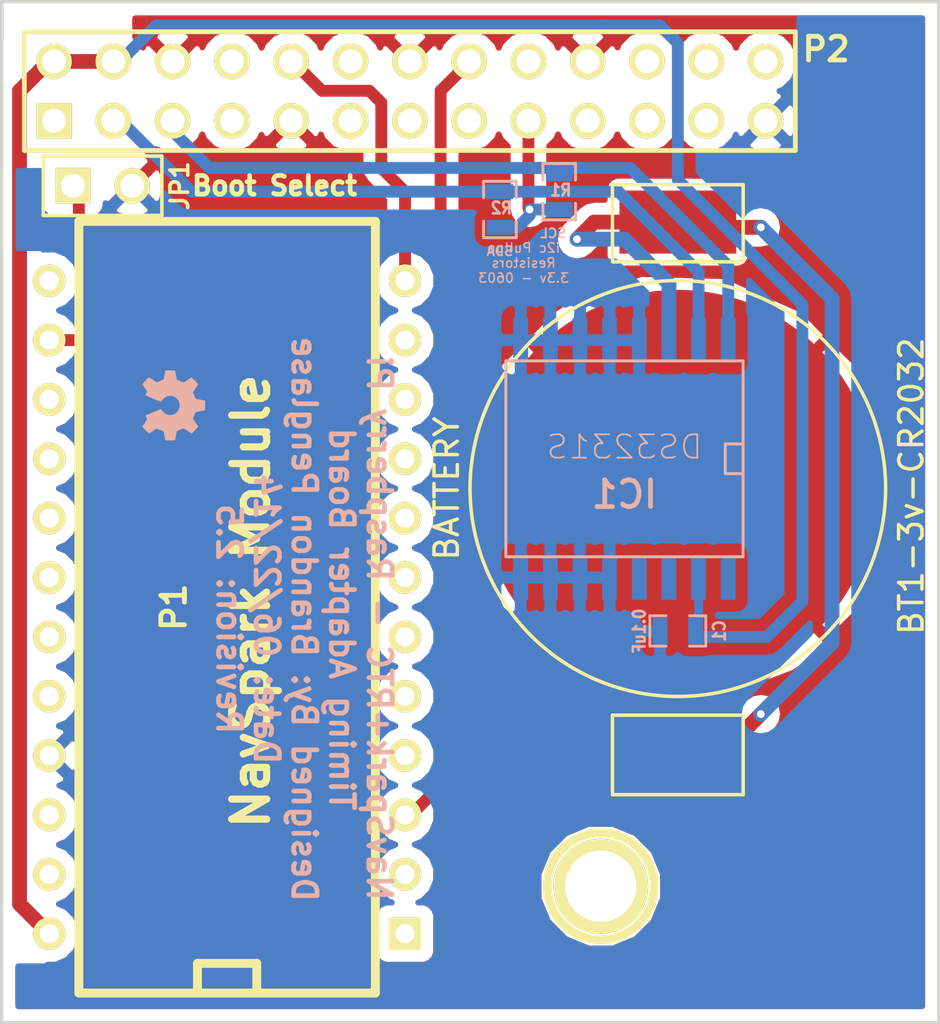
<source format=kicad_pcb>
(kicad_pcb (version 3) (host pcbnew "(2013-may-18)-stable")

  (general
    (links 32)
    (no_connects 0)
    (area 63.424999 70.372 103.961001 114.883001)
    (thickness 1.6)
    (drawings 13)
    (tracks 80)
    (zones 0)
    (modules 10)
    (nets 10)
  )

  (page A)
  (title_block 
    (title "Raspberry Pi - NavSpark Adapter Board")
    (rev 1)
  )

  (layers
    (15 F.Cu signal)
    (0 B.Cu signal)
    (16 B.Adhes user)
    (17 F.Adhes user)
    (18 B.Paste user)
    (19 F.Paste user)
    (20 B.SilkS user)
    (21 F.SilkS user)
    (22 B.Mask user)
    (23 F.Mask user)
    (24 Dwgs.User user)
    (25 Cmts.User user)
    (26 Eco1.User user)
    (27 Eco2.User user)
    (28 Edge.Cuts user)
  )

  (setup
    (last_trace_width 0.254)
    (user_trace_width 0.1524)
    (user_trace_width 0.2032)
    (user_trace_width 0.254)
    (user_trace_width 0.3048)
    (user_trace_width 0.3556)
    (user_trace_width 0.381)
    (user_trace_width 0.508)
    (user_trace_width 0.635)
    (trace_clearance 0.1524)
    (zone_clearance 0.508)
    (zone_45_only no)
    (trace_min 0.1524)
    (segment_width 0.2)
    (edge_width 0.15)
    (via_size 0.3305)
    (via_drill 0.3304)
    (via_min_size 0.3302)
    (via_min_drill 0.3302)
    (uvia_size 0.508)
    (uvia_drill 0.127)
    (uvias_allowed no)
    (uvia_min_size 0.508)
    (uvia_min_drill 0.127)
    (pcb_text_width 0.3)
    (pcb_text_size 1 1)
    (mod_edge_width 0.15)
    (mod_text_size 1 1)
    (mod_text_width 0.15)
    (pad_size 17 17)
    (pad_drill 0)
    (pad_to_mask_clearance 0)
    (aux_axis_origin 0 0)
    (visible_elements FFFFFFBF)
    (pcbplotparams
      (layerselection 284196865)
      (usegerberextensions true)
      (excludeedgelayer true)
      (linewidth 0.150000)
      (plotframeref false)
      (viasonmask false)
      (mode 1)
      (useauxorigin false)
      (hpglpennumber 1)
      (hpglpenspeed 20)
      (hpglpendiameter 15)
      (hpglpenoverlay 2)
      (psnegative false)
      (psa4output false)
      (plotreference true)
      (plotvalue true)
      (plotothertext true)
      (plotinvisibletext false)
      (padsonsilk false)
      (subtractmaskfromsilk false)
      (outputformat 1)
      (mirror false)
      (drillshape 0)
      (scaleselection 1)
      (outputdirectory ""))
  )

  (net 0 "")
  (net 1 +3.3V)
  (net 2 +5V)
  (net 3 +BATT)
  (net 4 /GPIO15-RXD)
  (net 5 /GPIO2-SDA)
  (net 6 /GPIO23)
  (net 7 /GPIO3-SCL)
  (net 8 GND)
  (net 9 N-000001)

  (net_class Default "This is the default net class."
    (clearance 0.1524)
    (trace_width 0.254)
    (via_dia 0.3305)
    (via_drill 0.3304)
    (uvia_dia 0.508)
    (uvia_drill 0.127)
    (add_net "")
    (add_net +3.3V)
    (add_net +5V)
    (add_net +BATT)
    (add_net /GPIO15-RXD)
    (add_net /GPIO2-SDA)
    (add_net /GPIO23)
    (add_net /GPIO3-SCL)
    (add_net GND)
    (add_net N-000001)
  )

  (module pin_array_13x2 (layer F.Cu) (tedit 539DF5CE) (tstamp 52408E67)
    (at 80.978 74.944)
    (descr "2 x 13 pins connector")
    (tags CONN)
    (path /539654A6)
    (fp_text reference P2 (at 17.828 -1.792) (layer F.SilkS)
      (effects (font (size 1.016 1.016) (thickness 0.2032)))
    )
    (fp_text value CONN_13X2 (at 7.62 -3.81) (layer F.SilkS) hide
      (effects (font (size 1.016 1.016) (thickness 0.2032)))
    )
    (fp_line (start -16.51 2.54) (end 16.51 2.54) (layer F.SilkS) (width 0.2032))
    (fp_line (start 16.51 -2.54) (end -16.51 -2.54) (layer F.SilkS) (width 0.2032))
    (fp_line (start -16.51 -2.54) (end -16.51 2.54) (layer F.SilkS) (width 0.2032))
    (fp_line (start 16.51 2.54) (end 16.51 -2.54) (layer F.SilkS) (width 0.2032))
    (pad 1 thru_hole rect (at -15.24 1.27) (size 1.524 1.524) (drill 1.016)
      (layers *.Cu *.Mask F.SilkS)
    )
    (pad 2 thru_hole circle (at -15.24 -1.27) (size 1.524 1.524) (drill 1.016)
      (layers *.Cu *.Mask F.SilkS)
      (net 2 +5V)
    )
    (pad 3 thru_hole circle (at -12.7 1.27) (size 1.524 1.524) (drill 1.016)
      (layers *.Cu *.Mask F.SilkS)
      (net 5 /GPIO2-SDA)
    )
    (pad 4 thru_hole circle (at -12.7 -1.27) (size 1.524 1.524) (drill 1.016)
      (layers *.Cu *.Mask F.SilkS)
      (net 2 +5V)
    )
    (pad 5 thru_hole circle (at -10.16 1.27) (size 1.524 1.524) (drill 1.016)
      (layers *.Cu *.Mask F.SilkS)
      (net 7 /GPIO3-SCL)
    )
    (pad 6 thru_hole circle (at -10.16 -1.27) (size 1.524 1.524) (drill 1.016)
      (layers *.Cu *.Mask F.SilkS)
      (net 8 GND)
    )
    (pad 7 thru_hole circle (at -7.62 1.27) (size 1.524 1.524) (drill 1.016)
      (layers *.Cu *.Mask F.SilkS)
    )
    (pad 8 thru_hole circle (at -7.62 -1.27) (size 1.524 1.524) (drill 1.016)
      (layers *.Cu *.Mask F.SilkS)
    )
    (pad 9 thru_hole circle (at -5.08 1.27) (size 1.524 1.524) (drill 1.016)
      (layers *.Cu *.Mask F.SilkS)
      (net 8 GND)
    )
    (pad 10 thru_hole circle (at -5.08 -1.27) (size 1.524 1.524) (drill 1.016)
      (layers *.Cu *.Mask F.SilkS)
      (net 4 /GPIO15-RXD)
    )
    (pad 11 thru_hole circle (at -2.54 1.27) (size 1.524 1.524) (drill 1.016)
      (layers *.Cu *.Mask F.SilkS)
    )
    (pad 12 thru_hole circle (at -2.54 -1.27) (size 1.524 1.524) (drill 1.016)
      (layers *.Cu *.Mask F.SilkS)
    )
    (pad 13 thru_hole circle (at 0 1.27) (size 1.524 1.524) (drill 1.016)
      (layers *.Cu *.Mask F.SilkS)
    )
    (pad 14 thru_hole circle (at 0 -1.27) (size 1.524 1.524) (drill 1.016)
      (layers *.Cu *.Mask F.SilkS)
      (net 8 GND)
    )
    (pad 15 thru_hole circle (at 2.54 1.27) (size 1.524 1.524) (drill 1.016)
      (layers *.Cu *.Mask F.SilkS)
    )
    (pad 16 thru_hole circle (at 2.54 -1.27) (size 1.524 1.524) (drill 1.016)
      (layers *.Cu *.Mask F.SilkS)
      (net 6 /GPIO23)
    )
    (pad 17 thru_hole circle (at 5.08 1.27) (size 1.524 1.524) (drill 1.016)
      (layers *.Cu *.Mask F.SilkS)
      (net 1 +3.3V)
    )
    (pad 18 thru_hole circle (at 5.08 -1.27) (size 1.524 1.524) (drill 1.016)
      (layers *.Cu *.Mask F.SilkS)
    )
    (pad 19 thru_hole circle (at 7.62 1.27) (size 1.524 1.524) (drill 1.016)
      (layers *.Cu *.Mask F.SilkS)
    )
    (pad 20 thru_hole circle (at 7.62 -1.27) (size 1.524 1.524) (drill 1.016)
      (layers *.Cu *.Mask F.SilkS)
      (net 8 GND)
    )
    (pad 21 thru_hole circle (at 10.16 1.27) (size 1.524 1.524) (drill 1.016)
      (layers *.Cu *.Mask F.SilkS)
    )
    (pad 22 thru_hole circle (at 10.16 -1.27) (size 1.524 1.524) (drill 1.016)
      (layers *.Cu *.Mask F.SilkS)
    )
    (pad 23 thru_hole circle (at 12.7 1.27) (size 1.524 1.524) (drill 1.016)
      (layers *.Cu *.Mask F.SilkS)
    )
    (pad 24 thru_hole circle (at 12.7 -1.27) (size 1.524 1.524) (drill 1.016)
      (layers *.Cu *.Mask F.SilkS)
    )
    (pad 25 thru_hole circle (at 15.24 1.27) (size 1.524 1.524) (drill 1.016)
      (layers *.Cu *.Mask F.SilkS)
      (net 8 GND)
    )
    (pad 26 thru_hole circle (at 15.24 -1.27) (size 1.524 1.524) (drill 1.016)
      (layers *.Cu *.Mask F.SilkS)
    )
    (model pin_array/pins_array_13x2.wrl
      (at (xyz 0 0 0))
      (scale (xyz 1 1 1))
      (rotate (xyz 0 0 0))
    )
  )

  (module 1pin (layer F.Cu) (tedit 200000) (tstamp 524527A3)
    (at 89.154 108.966 270)
    (descr "module 1 pin (ou trou mecanique de percage)")
    (tags DEV)
    (path 1pin)
    (fp_text reference "" (at 0 0 270) (layer F.SilkS)
      (effects (font (size 0.0004 0.0004) (thickness 0.00012)))
    )
    (fp_text value "" (at 0 0 270) (layer F.SilkS)
      (effects (font (size 0.0004 0.0004) (thickness 0.00012)))
    )
    (fp_circle (center 0 0) (end 0 -2.286) (layer F.SilkS) (width 0.381))
    (pad 1 thru_hole circle (at 0 0 270) (size 4.064 4.064) (drill 3.048)
      (layers *.Cu *.Mask F.SilkS)
    )
  )

  (module DIP-24__600 (layer F.Cu) (tedit 53A65665) (tstamp 539BB37A)
    (at 73.152 97.028 90)
    (descr "28 pins DIL package, round pads, width 600mil")
    (tags DIL)
    (path /539657C5)
    (fp_text reference P1 (at 0 -2.286 90) (layer F.SilkS)
      (effects (font (size 1.016 1.016) (thickness 0.2032)))
    )
    (fp_text value "NavSpark Module" (at 0.254 1.016 90) (layer F.SilkS)
      (effects (font (size 1.5 1.5) (thickness 0.3048)))
    )
    (fp_line (start -16.51 -1.27) (end -15.24 -1.27) (layer F.SilkS) (width 0.381))
    (fp_line (start -15.24 -1.27) (end -15.24 1.27) (layer F.SilkS) (width 0.381))
    (fp_line (start -15.24 1.27) (end -16.51 1.27) (layer F.SilkS) (width 0.381))
    (fp_line (start -16.51 -6.35) (end 16.51 -6.35) (layer F.SilkS) (width 0.381))
    (fp_line (start 16.51 -6.35) (end 16.51 6.35) (layer F.SilkS) (width 0.381))
    (fp_line (start 16.51 6.35) (end -16.51 6.35) (layer F.SilkS) (width 0.381))
    (fp_line (start -16.51 6.35) (end -16.51 -6.35) (layer F.SilkS) (width 0.381))
    (pad 1 thru_hole rect (at -13.97 7.62 90) (size 1.397 1.397) (drill 0.8128)
      (layers *.Cu *.Mask F.SilkS)
    )
    (pad 2 thru_hole circle (at -11.43 7.62 90) (size 1.397 1.397) (drill 0.8128)
      (layers *.Cu *.Mask F.SilkS)
    )
    (pad 3 thru_hole circle (at -8.89 7.62 90) (size 1.397 1.397) (drill 0.8128)
      (layers *.Cu *.Mask F.SilkS)
      (net 6 /GPIO23)
    )
    (pad 4 thru_hole circle (at -6.35 7.62 90) (size 1.397 1.397) (drill 0.8128)
      (layers *.Cu *.Mask F.SilkS)
    )
    (pad 5 thru_hole circle (at -3.81 7.62 90) (size 1.397 1.397) (drill 0.8128)
      (layers *.Cu *.Mask F.SilkS)
    )
    (pad 6 thru_hole circle (at -1.27 7.62 90) (size 1.397 1.397) (drill 0.8128)
      (layers *.Cu *.Mask F.SilkS)
    )
    (pad 7 thru_hole circle (at 1.27 7.62 90) (size 1.397 1.397) (drill 0.8128)
      (layers *.Cu *.Mask F.SilkS)
    )
    (pad 8 thru_hole circle (at 3.81 7.62 90) (size 1.397 1.397) (drill 0.8128)
      (layers *.Cu *.Mask F.SilkS)
    )
    (pad 9 thru_hole circle (at 6.35 7.62 90) (size 1.397 1.397) (drill 0.8128)
      (layers *.Cu *.Mask F.SilkS)
    )
    (pad 10 thru_hole circle (at 8.89 7.62 90) (size 1.397 1.397) (drill 0.8128)
      (layers *.Cu *.Mask F.SilkS)
    )
    (pad 11 thru_hole circle (at 11.43 7.62 90) (size 1.397 1.397) (drill 0.8128)
      (layers *.Cu *.Mask F.SilkS)
    )
    (pad 12 thru_hole circle (at 13.97 7.62 90) (size 1.397 1.397) (drill 0.8128)
      (layers *.Cu *.Mask F.SilkS)
      (net 4 /GPIO15-RXD)
    )
    (pad 13 thru_hole circle (at 13.97 -7.62 90) (size 1.397 1.397) (drill 0.8128)
      (layers *.Cu *.Mask F.SilkS)
    )
    (pad 14 thru_hole circle (at 11.43 -7.62 90) (size 1.397 1.397) (drill 0.8128)
      (layers *.Cu *.Mask F.SilkS)
      (net 9 N-000001)
    )
    (pad 15 thru_hole circle (at 8.89 -7.62 90) (size 1.397 1.397) (drill 0.8128)
      (layers *.Cu *.Mask F.SilkS)
    )
    (pad 16 thru_hole circle (at 6.35 -7.62 90) (size 1.397 1.397) (drill 0.8128)
      (layers *.Cu *.Mask F.SilkS)
    )
    (pad 17 thru_hole circle (at 3.81 -7.62 90) (size 1.397 1.397) (drill 0.8128)
      (layers *.Cu *.Mask F.SilkS)
    )
    (pad 18 thru_hole circle (at 1.27 -7.62 90) (size 1.397 1.397) (drill 0.8128)
      (layers *.Cu *.Mask F.SilkS)
    )
    (pad 19 thru_hole circle (at -1.27 -7.62 90) (size 1.397 1.397) (drill 0.8128)
      (layers *.Cu *.Mask F.SilkS)
    )
    (pad 20 thru_hole circle (at -3.81 -7.62 90) (size 1.397 1.397) (drill 0.8128)
      (layers *.Cu *.Mask F.SilkS)
    )
    (pad 21 thru_hole circle (at -6.35 -7.62 90) (size 1.397 1.397) (drill 0.8128)
      (layers *.Cu *.Mask F.SilkS)
      (net 8 GND)
    )
    (pad 22 thru_hole circle (at -8.89 -7.62 90) (size 1.397 1.397) (drill 0.8128)
      (layers *.Cu *.Mask F.SilkS)
    )
    (pad 23 thru_hole circle (at -11.43 -7.62 90) (size 1.397 1.397) (drill 0.8128)
      (layers *.Cu *.Mask F.SilkS)
    )
    (pad 24 thru_hole circle (at -13.97 -7.62 90) (size 1.397 1.397) (drill 0.8128)
      (layers *.Cu *.Mask F.SilkS)
      (net 2 +5V)
    )
    (model dil/dil_24-w600.wrl
      (at (xyz 0 0 0))
      (scale (xyz 1 1 1))
      (rotate (xyz 0 0 0))
    )
  )

  (module OSHW-logo_silkscreen-front_3mm (layer B.Cu) (tedit 0) (tstamp 539BCFD8)
    (at 70.866 88.392 270)
    (fp_text reference G*** (at 0 -1.59004 270) (layer B.SilkS) hide
      (effects (font (size 0.13462 0.13462) (thickness 0.0254)) (justify mirror))
    )
    (fp_text value OSHW-logo_silkscreen-front_3mm (at 0 1.59004 270) (layer B.SilkS) hide
      (effects (font (size 0.13462 0.13462) (thickness 0.0254)) (justify mirror))
    )
    (fp_poly (pts (xy -0.90932 1.3462) (xy -0.89154 1.33858) (xy -0.85852 1.31572) (xy -0.80772 1.2827)
      (xy -0.7493 1.2446) (xy -0.68834 1.20396) (xy -0.64008 1.17094) (xy -0.60452 1.14808)
      (xy -0.59182 1.14046) (xy -0.5842 1.143) (xy -0.55626 1.15824) (xy -0.51562 1.17856)
      (xy -0.49022 1.19126) (xy -0.45212 1.2065) (xy -0.43434 1.21158) (xy -0.4318 1.2065)
      (xy -0.41656 1.17602) (xy -0.39624 1.12776) (xy -0.3683 1.06172) (xy -0.33528 0.98552)
      (xy -0.29972 0.90424) (xy -0.2667 0.82042) (xy -0.23368 0.74168) (xy -0.2032 0.66802)
      (xy -0.18034 0.6096) (xy -0.1651 0.56896) (xy -0.15748 0.55118) (xy -0.16002 0.54864)
      (xy -0.1778 0.53086) (xy -0.21082 0.50546) (xy -0.28194 0.44704) (xy -0.35306 0.36068)
      (xy -0.39624 0.26162) (xy -0.40894 0.14986) (xy -0.39878 0.04826) (xy -0.35814 -0.04826)
      (xy -0.28956 -0.13716) (xy -0.20574 -0.2032) (xy -0.10922 -0.24384) (xy 0 -0.25654)
      (xy 0.10414 -0.24638) (xy 0.2032 -0.20574) (xy 0.2921 -0.1397) (xy 0.3302 -0.09652)
      (xy 0.381 -0.00508) (xy 0.41148 0.0889) (xy 0.41402 0.11176) (xy 0.40894 0.21844)
      (xy 0.37846 0.32004) (xy 0.32258 0.40894) (xy 0.24638 0.4826) (xy 0.23622 0.49022)
      (xy 0.20066 0.51816) (xy 0.17526 0.53594) (xy 0.15748 0.55118) (xy 0.2921 0.87376)
      (xy 0.31242 0.92456) (xy 0.35052 1.01346) (xy 0.381 1.08966) (xy 0.40894 1.15062)
      (xy 0.42672 1.19126) (xy 0.43434 1.2065) (xy 0.43434 1.2065) (xy 0.44704 1.20904)
      (xy 0.4699 1.20142) (xy 0.51562 1.17856) (xy 0.5461 1.16332) (xy 0.57912 1.14808)
      (xy 0.59436 1.14046) (xy 0.6096 1.14808) (xy 0.64262 1.1684) (xy 0.68834 1.20142)
      (xy 0.74676 1.23952) (xy 0.80264 1.27762) (xy 0.85344 1.31064) (xy 0.889 1.33604)
      (xy 0.90678 1.34366) (xy 0.90932 1.34366) (xy 0.9271 1.33604) (xy 0.95504 1.31064)
      (xy 0.99822 1.27) (xy 1.06172 1.20904) (xy 1.07188 1.19888) (xy 1.12268 1.14808)
      (xy 1.16332 1.10236) (xy 1.19126 1.07188) (xy 1.20142 1.05918) (xy 1.20142 1.05918)
      (xy 1.19126 1.0414) (xy 1.1684 1.0033) (xy 1.13538 0.9525) (xy 1.09474 0.89154)
      (xy 0.98806 0.7366) (xy 1.04648 0.59182) (xy 1.06426 0.5461) (xy 1.08712 0.49022)
      (xy 1.1049 0.45212) (xy 1.11252 0.43434) (xy 1.1303 0.42926) (xy 1.1684 0.4191)
      (xy 1.22682 0.40894) (xy 1.29794 0.39624) (xy 1.36398 0.38354) (xy 1.4224 0.37084)
      (xy 1.46558 0.36322) (xy 1.4859 0.36068) (xy 1.49098 0.3556) (xy 1.49352 0.34798)
      (xy 1.49606 0.32766) (xy 1.4986 0.28956) (xy 1.4986 0.23368) (xy 1.4986 0.14986)
      (xy 1.4986 0.14224) (xy 1.4986 0.0635) (xy 1.49606 0) (xy 1.49352 -0.0381)
      (xy 1.49098 -0.05588) (xy 1.49098 -0.05588) (xy 1.4732 -0.06096) (xy 1.43002 -0.06858)
      (xy 1.3716 -0.08128) (xy 1.30048 -0.09398) (xy 1.2954 -0.09398) (xy 1.22428 -0.10922)
      (xy 1.16586 -0.12192) (xy 1.12268 -0.12954) (xy 1.1049 -0.13716) (xy 1.10236 -0.14224)
      (xy 1.08712 -0.17018) (xy 1.0668 -0.21336) (xy 1.04394 -0.2667) (xy 1.02108 -0.32258)
      (xy 1.00076 -0.37338) (xy 0.98806 -0.40894) (xy 0.98298 -0.42672) (xy 0.98298 -0.42672)
      (xy 0.99314 -0.4445) (xy 1.01854 -0.48006) (xy 1.0541 -0.53086) (xy 1.09474 -0.59182)
      (xy 1.09728 -0.5969) (xy 1.13792 -0.65786) (xy 1.17094 -0.70866) (xy 1.1938 -0.74422)
      (xy 1.20142 -0.75946) (xy 1.20142 -0.762) (xy 1.18872 -0.77978) (xy 1.15824 -0.8128)
      (xy 1.11252 -0.85852) (xy 1.06172 -0.91186) (xy 1.04394 -0.9271) (xy 0.98552 -0.98552)
      (xy 0.94488 -1.02108) (xy 0.91948 -1.0414) (xy 0.90932 -1.04648) (xy 0.90678 -1.04648)
      (xy 0.889 -1.03632) (xy 0.8509 -1.01092) (xy 0.8001 -0.97536) (xy 0.73914 -0.93472)
      (xy 0.7366 -0.93218) (xy 0.67564 -0.89154) (xy 0.62484 -0.85598) (xy 0.58928 -0.83312)
      (xy 0.57404 -0.8255) (xy 0.5715 -0.8255) (xy 0.54864 -0.83058) (xy 0.50546 -0.84582)
      (xy 0.45212 -0.86614) (xy 0.39624 -0.889) (xy 0.34544 -0.90932) (xy 0.30988 -0.9271)
      (xy 0.2921 -0.93726) (xy 0.28956 -0.93726) (xy 0.28448 -0.96012) (xy 0.27432 -1.00584)
      (xy 0.26162 -1.0668) (xy 0.24638 -1.14046) (xy 0.24384 -1.15062) (xy 0.23114 -1.22428)
      (xy 0.22098 -1.2827) (xy 0.21082 -1.32334) (xy 0.20828 -1.34112) (xy 0.19812 -1.34112)
      (xy 0.16256 -1.34366) (xy 0.10922 -1.3462) (xy 0.04318 -1.3462) (xy -0.02286 -1.3462)
      (xy -0.0889 -1.3462) (xy -0.14478 -1.34366) (xy -0.18542 -1.34112) (xy -0.2032 -1.33604)
      (xy -0.2032 -1.33604) (xy -0.20828 -1.31318) (xy -0.21844 -1.27) (xy -0.23114 -1.2065)
      (xy -0.24638 -1.13284) (xy -0.24892 -1.12014) (xy -0.26162 -1.04902) (xy -0.27432 -0.9906)
      (xy -0.28194 -0.94996) (xy -0.28702 -0.93472) (xy -0.2921 -0.93218) (xy -0.32258 -0.91694)
      (xy -0.37084 -0.89916) (xy -0.42926 -0.87376) (xy -0.56642 -0.81788) (xy -0.73406 -0.93472)
      (xy -0.7493 -0.94488) (xy -0.81026 -0.98552) (xy -0.86106 -1.01854) (xy -0.89662 -1.0414)
      (xy -0.90932 -1.04902) (xy -0.91186 -1.04902) (xy -0.9271 -1.03378) (xy -0.96012 -1.0033)
      (xy -1.00584 -0.95758) (xy -1.05918 -0.90678) (xy -1.09982 -0.86614) (xy -1.14554 -0.82042)
      (xy -1.17348 -0.7874) (xy -1.19126 -0.76708) (xy -1.19634 -0.75438) (xy -1.1938 -0.74676)
      (xy -1.18364 -0.72898) (xy -1.15824 -0.69342) (xy -1.12522 -0.64008) (xy -1.08458 -0.58166)
      (xy -1.04902 -0.53086) (xy -1.01346 -0.47498) (xy -0.9906 -0.43434) (xy -0.98044 -0.41656)
      (xy -0.98298 -0.4064) (xy -0.99568 -0.37338) (xy -1.016 -0.32512) (xy -1.0414 -0.26416)
      (xy -1.09982 -0.13208) (xy -1.18618 -0.1143) (xy -1.23952 -0.10414) (xy -1.31318 -0.09144)
      (xy -1.3843 -0.0762) (xy -1.49606 -0.05588) (xy -1.4986 0.34798) (xy -1.48082 0.3556)
      (xy -1.46558 0.36068) (xy -1.42494 0.37084) (xy -1.36652 0.381) (xy -1.29794 0.3937)
      (xy -1.23698 0.4064) (xy -1.17856 0.41656) (xy -1.13538 0.42418) (xy -1.1176 0.42926)
      (xy -1.11252 0.43434) (xy -1.09728 0.46482) (xy -1.07696 0.51054) (xy -1.0541 0.56388)
      (xy -1.0287 0.6223) (xy -1.00838 0.6731) (xy -0.99314 0.71374) (xy -0.98806 0.73406)
      (xy -0.99568 0.7493) (xy -1.01854 0.78486) (xy -1.05156 0.83566) (xy -1.0922 0.89408)
      (xy -1.13284 0.9525) (xy -1.16586 1.0033) (xy -1.19126 1.03886) (xy -1.19888 1.05664)
      (xy -1.1938 1.0668) (xy -1.17094 1.09474) (xy -1.12776 1.14046) (xy -1.06172 1.2065)
      (xy -1.04902 1.21666) (xy -0.99822 1.26746) (xy -0.9525 1.3081) (xy -0.92202 1.33604)
      (xy -0.90932 1.3462)) (layer B.SilkS) (width 0.00254))
  )

  (module PIN_ARRAY_2X1 (layer F.Cu) (tedit 539D1645) (tstamp 539BE001)
    (at 67.818 78.994)
    (descr "Connecteurs 2 pins")
    (tags "CONN DEV")
    (path /539BDCC5)
    (fp_text reference JP1 (at 3.302 0 90) (layer F.SilkS)
      (effects (font (size 0.762 0.762) (thickness 0.1524)))
    )
    (fp_text value JUMPER (at 0 -1.905) (layer F.SilkS) hide
      (effects (font (size 0.762 0.762) (thickness 0.1524)))
    )
    (fp_line (start -2.54 1.27) (end -2.54 -1.27) (layer F.SilkS) (width 0.1524))
    (fp_line (start -2.54 -1.27) (end 2.54 -1.27) (layer F.SilkS) (width 0.1524))
    (fp_line (start 2.54 -1.27) (end 2.54 1.27) (layer F.SilkS) (width 0.1524))
    (fp_line (start 2.54 1.27) (end -2.54 1.27) (layer F.SilkS) (width 0.1524))
    (pad 1 thru_hole rect (at -1.27 0) (size 1.524 1.524) (drill 1.016)
      (layers *.Cu *.Mask F.SilkS)
      (net 9 N-000001)
    )
    (pad 2 thru_hole circle (at 1.27 0) (size 1.524 1.524) (drill 1.016)
      (layers *.Cu *.Mask F.SilkS)
      (net 8 GND)
    )
    (model pin_array/pins_array_2x1.wrl
      (at (xyz 0 0 0))
      (scale (xyz 1 1 1))
      (rotate (xyz 0 0 0))
    )
  )

  (module SM0603_Capa (layer B.Cu) (tedit 539D05E4) (tstamp 539D1CCD)
    (at 92.456 98.044)
    (path /539CE064)
    (attr smd)
    (fp_text reference C1 (at 1.778 0 270) (layer B.SilkS)
      (effects (font (size 0.508 0.4572) (thickness 0.1143)) (justify mirror))
    )
    (fp_text value 0.1uF (at -1.651 0 270) (layer B.SilkS)
      (effects (font (size 0.508 0.4572) (thickness 0.1143)) (justify mirror))
    )
    (fp_line (start 0.50038 -0.65024) (end 1.19888 -0.65024) (layer B.SilkS) (width 0.11938))
    (fp_line (start -0.50038 -0.65024) (end -1.19888 -0.65024) (layer B.SilkS) (width 0.11938))
    (fp_line (start 0.50038 0.65024) (end 1.19888 0.65024) (layer B.SilkS) (width 0.11938))
    (fp_line (start -1.19888 0.65024) (end -0.50038 0.65024) (layer B.SilkS) (width 0.11938))
    (fp_line (start 1.19888 0.635) (end 1.19888 -0.635) (layer B.SilkS) (width 0.11938))
    (fp_line (start -1.19888 -0.635) (end -1.19888 0.635) (layer B.SilkS) (width 0.11938))
    (pad 1 smd rect (at -0.762 0) (size 0.635 1.143)
      (layers B.Cu B.Paste B.Mask)
      (net 8 GND)
    )
    (pad 2 smd rect (at 0.762 0) (size 0.635 1.143)
      (layers B.Cu B.Paste B.Mask)
      (net 2 +5V)
    )
    (model smd\capacitors\C0603.wrl
      (at (xyz 0 0 0.001))
      (scale (xyz 0.5 0.5 0.5))
      (rotate (xyz 0 0 0))
    )
  )

  (module BAT-HLD-001-2 (layer F.Cu) (tedit 539D0B80) (tstamp 539CF95C)
    (at 92.456 91.948 90)
    (path /539CE930)
    (fp_text reference BT1-3v-CR2032 (at 0.1 10 90) (layer F.SilkS)
      (effects (font (size 1 1) (thickness 0.15)))
    )
    (fp_text value BATTERY (at 0 -9.9 90) (layer F.SilkS)
      (effects (font (size 1 1) (thickness 0.15)))
    )
    (fp_line (start -13 -2.8) (end -9.8 -2.8) (layer F.SilkS) (width 0.15))
    (fp_line (start -9.8 -2.8) (end -9.7 -2.8) (layer F.SilkS) (width 0.15))
    (fp_line (start -9.7 -2.8) (end -9.7 2.8) (layer F.SilkS) (width 0.15))
    (fp_line (start -9.7 2.8) (end -13.1 2.8) (layer F.SilkS) (width 0.15))
    (fp_line (start -13.1 2.8) (end -13.1 -2.8) (layer F.SilkS) (width 0.15))
    (fp_line (start 9.8 -2.8) (end 13 -2.8) (layer F.SilkS) (width 0.15))
    (fp_line (start 13 -2.8) (end 13 2.7) (layer F.SilkS) (width 0.15))
    (fp_line (start 13 2.7) (end 13 2.8) (layer F.SilkS) (width 0.15))
    (fp_line (start 13 2.8) (end 9.8 2.8) (layer F.SilkS) (width 0.15))
    (fp_line (start 9.8 2.8) (end 9.7 2.8) (layer F.SilkS) (width 0.15))
    (fp_line (start 9.7 2.8) (end 9.7 -2.8) (layer F.SilkS) (width 0.15))
    (fp_circle (center 0 0) (end 0 8.9) (layer F.SilkS) (width 0.15))
    (pad 1 smd rect (at 11.4 0 90) (size 2.7 5)
      (layers F.Cu F.Paste F.Mask)
      (net 3 +BATT)
    )
    (pad 1 smd rect (at -11.4 0 90) (size 2.7 5)
      (layers F.Cu F.Paste F.Mask)
      (net 3 +BATT)
    )
    (pad 2 smd circle (at 0 0 90) (size 17 17)
      (layers F.Cu F.Paste F.Mask)
      (net 8 GND)
    )
  )

  (module SO16L (layer B.Cu) (tedit 3F97A924) (tstamp 539CE18C)
    (at 90.17 90.678 180)
    (path /539CDD9F)
    (attr smd)
    (fp_text reference IC1 (at 0 -1.524 180) (layer B.SilkS)
      (effects (font (size 1.143 1.143) (thickness 0.2032)) (justify mirror))
    )
    (fp_text value DS3231S (at 0.381 1.905 180) (layer B.SilkS) hide
      (effects (font (size 1.143 1.143) (thickness 0.2032)) (justify mirror))
    )
    (fp_line (start 5.08 -4.191) (end -5.08 -4.191) (layer B.SilkS) (width 0.127))
    (fp_line (start -5.08 -4.191) (end -5.08 4.191) (layer B.SilkS) (width 0.127))
    (fp_line (start -5.08 4.191) (end 5.08 4.191) (layer B.SilkS) (width 0.127))
    (fp_line (start 5.08 4.191) (end 5.08 -4.191) (layer B.SilkS) (width 0.127))
    (fp_line (start -5.08 0.635) (end -4.318 0.635) (layer B.SilkS) (width 0.127))
    (fp_line (start -4.318 0.635) (end -4.318 -0.635) (layer B.SilkS) (width 0.127))
    (fp_line (start -4.318 -0.635) (end -5.08 -0.635) (layer B.SilkS) (width 0.127))
    (pad 1 smd rect (at -4.445 -5.08 180) (size 0.635 1.905)
      (layers B.Cu B.Paste B.Mask)
    )
    (pad 2 smd rect (at -3.175 -5.08 180) (size 0.635 1.905)
      (layers B.Cu B.Paste B.Mask)
      (net 2 +5V)
    )
    (pad 3 smd rect (at -1.905 -5.08 180) (size 0.635 1.905)
      (layers B.Cu B.Paste B.Mask)
    )
    (pad 4 smd rect (at -0.635 -5.08 180) (size 0.635 1.905)
      (layers B.Cu B.Paste B.Mask)
    )
    (pad 5 smd rect (at 0.635 -5.08 180) (size 0.635 1.905)
      (layers B.Cu B.Paste B.Mask)
      (net 8 GND)
    )
    (pad 6 smd rect (at 1.905 -5.08 180) (size 0.635 1.905)
      (layers B.Cu B.Paste B.Mask)
      (net 8 GND)
    )
    (pad 7 smd rect (at 3.175 -5.08 180) (size 0.635 1.905)
      (layers B.Cu B.Paste B.Mask)
      (net 8 GND)
    )
    (pad 8 smd rect (at 4.445 -5.08 180) (size 0.635 1.905)
      (layers B.Cu B.Paste B.Mask)
      (net 8 GND)
    )
    (pad 9 smd rect (at 4.445 5.08 180) (size 0.635 1.905)
      (layers B.Cu B.Paste B.Mask)
      (net 8 GND)
    )
    (pad 10 smd rect (at 3.175 5.08 180) (size 0.635 1.905)
      (layers B.Cu B.Paste B.Mask)
      (net 8 GND)
    )
    (pad 11 smd rect (at 1.905 5.08 180) (size 0.635 1.905)
      (layers B.Cu B.Paste B.Mask)
      (net 8 GND)
    )
    (pad 12 smd rect (at 0.635 5.08 180) (size 0.635 1.905)
      (layers B.Cu B.Paste B.Mask)
      (net 8 GND)
    )
    (pad 13 smd rect (at -0.635 5.08 180) (size 0.635 1.905)
      (layers B.Cu B.Paste B.Mask)
      (net 8 GND)
    )
    (pad 14 smd rect (at -1.905 5.08 180) (size 0.635 1.905)
      (layers B.Cu B.Paste B.Mask)
      (net 3 +BATT)
    )
    (pad 15 smd rect (at -3.175 5.08 180) (size 0.635 1.905)
      (layers B.Cu B.Paste B.Mask)
      (net 5 /GPIO2-SDA)
    )
    (pad 16 smd rect (at -4.445 5.08 180) (size 0.635 1.905)
      (layers B.Cu B.Paste B.Mask)
      (net 7 /GPIO3-SCL)
    )
    (model smd/cms_so16.wrl
      (at (xyz 0 0 0))
      (scale (xyz 0.5 0.6 0.5))
      (rotate (xyz 0 0 0))
    )
  )

  (module SM0603_Resistor (layer B.Cu) (tedit 53A65553) (tstamp 53A6483E)
    (at 87.376 79.248 90)
    (path /53A64811)
    (attr smd)
    (fp_text reference R1 (at 0.0635 0.0635 360) (layer B.SilkS)
      (effects (font (size 0.50038 0.4572) (thickness 0.1143)) (justify mirror))
    )
    (fp_text value "" (at -1.778 -0.508 180) (layer B.SilkS)
      (effects (font (size 0.508 0.4572) (thickness 0.1143)) (justify mirror))
    )
    (fp_line (start -0.50038 0.6985) (end -1.2065 0.6985) (layer B.SilkS) (width 0.127))
    (fp_line (start -1.2065 0.6985) (end -1.2065 -0.6985) (layer B.SilkS) (width 0.127))
    (fp_line (start -1.2065 -0.6985) (end -0.50038 -0.6985) (layer B.SilkS) (width 0.127))
    (fp_line (start 1.2065 0.6985) (end 0.50038 0.6985) (layer B.SilkS) (width 0.127))
    (fp_line (start 1.2065 0.6985) (end 1.2065 -0.6985) (layer B.SilkS) (width 0.127))
    (fp_line (start 1.2065 -0.6985) (end 0.50038 -0.6985) (layer B.SilkS) (width 0.127))
    (pad 1 smd rect (at -0.762 0 90) (size 0.635 1.143)
      (layers B.Cu B.Paste B.Mask)
      (net 1 +3.3V)
    )
    (pad 2 smd rect (at 0.762 0 90) (size 0.635 1.143)
      (layers B.Cu B.Paste B.Mask)
      (net 7 /GPIO3-SCL)
    )
    (model smd\resistors\R0603.wrl
      (at (xyz 0 0 0.001))
      (scale (xyz 0.5 0.5 0.5))
      (rotate (xyz 0 0 0))
    )
  )

  (module SM0603_Resistor (layer B.Cu) (tedit 53A65548) (tstamp 53A6484A)
    (at 84.836 80.01 90)
    (path /53A64820)
    (attr smd)
    (fp_text reference R2 (at 0.0635 0.0635 360) (layer B.SilkS)
      (effects (font (size 0.50038 0.4572) (thickness 0.1143)) (justify mirror))
    )
    (fp_text value "" (at -1.69926 0 180) (layer B.SilkS)
      (effects (font (size 0.508 0.4572) (thickness 0.1143)) (justify mirror))
    )
    (fp_line (start -0.50038 0.6985) (end -1.2065 0.6985) (layer B.SilkS) (width 0.127))
    (fp_line (start -1.2065 0.6985) (end -1.2065 -0.6985) (layer B.SilkS) (width 0.127))
    (fp_line (start -1.2065 -0.6985) (end -0.50038 -0.6985) (layer B.SilkS) (width 0.127))
    (fp_line (start 1.2065 0.6985) (end 0.50038 0.6985) (layer B.SilkS) (width 0.127))
    (fp_line (start 1.2065 0.6985) (end 1.2065 -0.6985) (layer B.SilkS) (width 0.127))
    (fp_line (start 1.2065 -0.6985) (end 0.50038 -0.6985) (layer B.SilkS) (width 0.127))
    (pad 1 smd rect (at -0.762 0 90) (size 0.635 1.143)
      (layers B.Cu B.Paste B.Mask)
      (net 1 +3.3V)
    )
    (pad 2 smd rect (at 0.762 0 90) (size 0.635 1.143)
      (layers B.Cu B.Paste B.Mask)
      (net 5 /GPIO2-SDA)
    )
    (model smd\resistors\R0603.wrl
      (at (xyz 0 0 0.001))
      (scale (xyz 0.5 0.5 0.5))
      (rotate (xyz 0 0 0))
    )
  )

  (gr_line (start 103.632 71.12) (end 63.5 71.12) (angle 90) (layer Edge.Cuts) (width 0.15))
  (gr_line (start 63.5 114.808) (end 103.632 114.808) (angle 90) (layer Edge.Cuts) (width 0.15))
  (gr_line (start 103.632 71.12) (end 103.632 114.808) (angle 90) (layer Edge.Cuts) (width 0.15))
  (gr_text DS3231S (at 90.17 90.17) (layer B.SilkS)
    (effects (font (size 1 1) (thickness 0.075)) (justify mirror))
  )
  (gr_text SCL (at 87.122 81.026) (layer B.SilkS)
    (effects (font (size 0.4 0.4) (thickness 0.075)) (justify mirror))
  )
  (gr_text SDA (at 84.836 81.788) (layer B.SilkS)
    (effects (font (size 0.4 0.4) (thickness 0.075)) (justify mirror))
  )
  (gr_text "i2c Pullup\nResistors\n3.3v - 0603" (at 85.852 82.296) (layer B.SilkS)
    (effects (font (size 0.4 0.4) (thickness 0.0625)) (justify mirror))
  )
  (gr_line (start 63.5 71.12) (end 63.5 71.628) (angle 90) (layer Edge.Cuts) (width 0.15))
  (gr_line (start 63.5 72.644) (end 63.5 71.12) (angle 90) (layer Edge.Cuts) (width 0.15))
  (gr_line (start 63.5 71.628) (end 63.5 72.644) (angle 90) (layer Edge.Cuts) (width 0.15))
  (gr_text "Boot Select" (at 75.184 78.994) (layer F.SilkS)
    (effects (font (size 0.8 0.8) (thickness 0.2)))
  )
  (gr_text "NavSpark+RTC - Raspberry Pi \nTiming Adapter Board\nDesigned By: Brandon Penglase\nDate: 06/22/14\nRevision: 2.5" (at 76.454 97.536 270) (layer B.SilkS)
    (effects (font (size 1 1) (thickness 0.2)) (justify mirror))
  )
  (gr_line (start 63.5 72.644) (end 63.5 114.808) (angle 90) (layer Edge.Cuts) (width 0.15))

  (segment (start 87.376 80.01) (end 87.122 80.01) (width 0.635) (layer B.Cu) (net 1))
  (segment (start 86.106 80.01) (end 86.106 80.264) (width 0.508) (layer B.Cu) (net 1))
  (segment (start 85.598 80.772) (end 84.836 80.772) (width 0.508) (layer B.Cu) (net 1) (tstamp 53A64972))
  (segment (start 86.106 80.264) (end 85.598 80.772) (width 0.508) (layer B.Cu) (net 1) (tstamp 53A6496B))
  (segment (start 86.058 76.214) (end 86.058 79.962) (width 0.508) (layer F.Cu) (net 1))
  (segment (start 86.106 80.01) (end 87.376 80.01) (width 0.508) (layer B.Cu) (net 1) (tstamp 53A64968))
  (via (at 86.106 80.01) (size 0.3305) (layers F.Cu B.Cu) (net 1))
  (segment (start 86.058 79.962) (end 86.106 80.01) (width 0.508) (layer F.Cu) (net 1) (tstamp 53A6495F))
  (segment (start 92.456 78.486) (end 92.456 78.74) (width 0.508) (layer B.Cu) (net 2))
  (segment (start 68.566 73.674) (end 70.104 72.136) (width 0.508) (layer B.Cu) (net 2) (tstamp 539D1CDF))
  (segment (start 70.104 72.136) (end 89.408 72.136) (width 0.508) (layer B.Cu) (net 2) (tstamp 539D1CE0))
  (segment (start 89.408 72.136) (end 91.694 72.136) (width 0.508) (layer B.Cu) (net 2) (tstamp 539D1CE1))
  (segment (start 91.694 72.136) (end 92.456 72.898) (width 0.508) (layer B.Cu) (net 2) (tstamp 539D1CE2))
  (segment (start 92.456 72.898) (end 92.456 78.486) (width 0.508) (layer B.Cu) (net 2) (tstamp 539D1CE3))
  (segment (start 68.278 73.674) (end 68.566 73.674) (width 0.508) (layer B.Cu) (net 2))
  (segment (start 96.266 98.298) (end 93.218 98.298) (width 0.508) (layer B.Cu) (net 2) (tstamp 539D1F11) (status 20))
  (segment (start 97.79 96.774) (end 96.266 98.298) (width 0.508) (layer B.Cu) (net 2) (tstamp 539D1F0A))
  (segment (start 97.79 84.074) (end 97.79 96.774) (width 0.508) (layer B.Cu) (net 2) (tstamp 539D1F00))
  (segment (start 92.456 78.74) (end 97.79 84.074) (width 0.508) (layer B.Cu) (net 2) (tstamp 539D1EF8))
  (segment (start 93.345 95.758) (end 93.345 98.171) (width 0.381) (layer B.Cu) (net 2) (status 20))
  (segment (start 93.345 98.171) (end 93.218 98.298) (width 0.381) (layer B.Cu) (net 2) (tstamp 539D01DA) (status 30))
  (segment (start 65.738 73.674) (end 65.518 73.674) (width 0.635) (layer F.Cu) (net 2))
  (segment (start 64.262 109.728) (end 65.532 110.998) (width 0.635) (layer F.Cu) (net 2) (tstamp 539D0061))
  (segment (start 64.262 74.93) (end 64.262 109.728) (width 0.635) (layer F.Cu) (net 2) (tstamp 539D005A))
  (segment (start 65.518 73.674) (end 64.262 74.93) (width 0.635) (layer F.Cu) (net 2) (tstamp 539D0056))
  (segment (start 65.738 73.674) (end 68.278 73.674) (width 0.635) (layer F.Cu) (net 2))
  (segment (start 92.075 85.598) (end 92.075 83.185) (width 0.635) (layer B.Cu) (net 3))
  (segment (start 88.87 80.548) (end 92.456 80.548) (width 0.635) (layer F.Cu) (net 3) (tstamp 53A651D1))
  (segment (start 88.138 81.28) (end 88.87 80.548) (width 0.635) (layer F.Cu) (net 3) (tstamp 53A651D0))
  (via (at 88.138 81.28) (size 0.3305) (layers F.Cu B.Cu) (net 3))
  (segment (start 90.17 81.28) (end 88.138 81.28) (width 0.635) (layer B.Cu) (net 3) (tstamp 53A651C4))
  (segment (start 92.075 83.185) (end 90.17 81.28) (width 0.635) (layer B.Cu) (net 3) (tstamp 53A651C2))
  (segment (start 96.012 80.772) (end 92.68 80.772) (width 0.635) (layer F.Cu) (net 3))
  (segment (start 92.68 80.772) (end 92.456 80.548) (width 0.635) (layer F.Cu) (net 3) (tstamp 539D1DF5))
  (segment (start 96.012 80.772) (end 99.06 83.82) (width 0.635) (layer B.Cu) (net 3))
  (segment (start 92.456 103.348) (end 94.264 103.348) (width 0.635) (layer F.Cu) (net 3) (tstamp 539CFF2A))
  (segment (start 96.012 101.6) (end 94.264 103.348) (width 0.635) (layer F.Cu) (net 3) (tstamp 539CFF29))
  (via (at 96.012 101.6) (size 0.3305) (layers F.Cu B.Cu) (net 3))
  (via (at 96.012 80.772) (size 0.3305) (layers F.Cu B.Cu) (net 3))
  (segment (start 99.06 98.552) (end 96.012 101.6) (width 0.635) (layer B.Cu) (net 3) (tstamp 539D1C2D))
  (segment (start 99.06 83.82) (end 99.06 98.552) (width 0.635) (layer B.Cu) (net 3) (tstamp 539D1C26))
  (segment (start 75.898 73.674) (end 75.96 73.674) (width 0.508) (layer F.Cu) (net 4))
  (segment (start 80.772 79.248) (end 80.772 83.058) (width 0.508) (layer F.Cu) (net 4) (tstamp 539DEC7E))
  (segment (start 79.756 78.232) (end 80.772 79.248) (width 0.508) (layer F.Cu) (net 4) (tstamp 539DEC7A))
  (segment (start 79.756 75.438) (end 79.756 78.232) (width 0.508) (layer F.Cu) (net 4) (tstamp 539DEC76))
  (segment (start 79.248 74.93) (end 79.756 75.438) (width 0.508) (layer F.Cu) (net 4) (tstamp 539DEC75))
  (segment (start 77.216 74.93) (end 79.248 74.93) (width 0.508) (layer F.Cu) (net 4) (tstamp 539DEC71))
  (segment (start 75.96 73.674) (end 77.216 74.93) (width 0.508) (layer F.Cu) (net 4) (tstamp 539DEC6D))
  (segment (start 84.836 79.248) (end 71.628 79.248) (width 0.508) (layer B.Cu) (net 5))
  (segment (start 68.594 76.214) (end 71.628 79.248) (width 0.508) (layer B.Cu) (net 5) (tstamp 539D1D21))
  (segment (start 68.594 76.214) (end 68.278 76.214) (width 0.508) (layer B.Cu) (net 5))
  (segment (start 84.836 79.248) (end 89.916 79.248) (width 0.508) (layer B.Cu) (net 5) (tstamp 53A6493F))
  (segment (start 93.345 82.677) (end 93.345 85.598) (width 0.508) (layer B.Cu) (net 5) (tstamp 539D1D28))
  (segment (start 89.916 79.248) (end 93.345 82.677) (width 0.508) (layer B.Cu) (net 5) (tstamp 539D1D25))
  (segment (start 83.518 73.674) (end 83.518 73.708) (width 0.508) (layer F.Cu) (net 6))
  (segment (start 81.026 105.918) (end 80.772 105.918) (width 0.508) (layer F.Cu) (net 6) (tstamp 539D010D))
  (segment (start 82.296 104.648) (end 81.026 105.918) (width 0.508) (layer F.Cu) (net 6) (tstamp 539D0102))
  (segment (start 82.296 79.756) (end 82.296 104.648) (width 0.508) (layer F.Cu) (net 6) (tstamp 539D00F7))
  (segment (start 82.296 74.93) (end 82.296 79.756) (width 0.508) (layer F.Cu) (net 6) (tstamp 539D00EE))
  (segment (start 83.518 73.708) (end 82.296 74.93) (width 0.508) (layer F.Cu) (net 6) (tstamp 539D00EC))
  (segment (start 86.36 78.232) (end 88.9 78.232) (width 0.508) (layer B.Cu) (net 7))
  (segment (start 87.376 78.486) (end 87.63 78.232) (width 0.254) (layer B.Cu) (net 7))
  (segment (start 87.63 78.232) (end 88.9 78.232) (width 0.508) (layer B.Cu) (net 7) (tstamp 53A64904))
  (segment (start 94.615 82.423) (end 94.615 85.598) (width 0.508) (layer B.Cu) (net 7) (tstamp 53A6490E))
  (segment (start 88.9 78.232) (end 90.424 78.232) (width 0.508) (layer B.Cu) (net 7) (tstamp 53A64930))
  (segment (start 90.424 78.232) (end 94.615 82.423) (width 0.508) (layer B.Cu) (net 7) (tstamp 53A64906))
  (segment (start 72.39 78.232) (end 86.36 78.232) (width 0.508) (layer B.Cu) (net 7))
  (segment (start 86.36 78.232) (end 87.122 78.232) (width 0.508) (layer B.Cu) (net 7) (tstamp 53A6492C))
  (segment (start 70.818 76.66) (end 72.39 78.232) (width 0.508) (layer B.Cu) (net 7) (tstamp 539D1D0B))
  (segment (start 70.818 76.214) (end 70.818 76.66) (width 0.508) (layer B.Cu) (net 7))
  (segment (start 87.122 78.232) (end 87.376 78.486) (width 0.254) (layer B.Cu) (net 7) (tstamp 53A648FD))
  (segment (start 87.376 78.486) (end 87.376 78.232) (width 0.254) (layer B.Cu) (net 7))
  (segment (start 87.376 78.232) (end 87.376 78.486) (width 0.254) (layer B.Cu) (net 7) (tstamp 53A648E2))
  (segment (start 67.31 80.772) (end 66.802 80.264) (width 0.508) (layer F.Cu) (net 9))
  (segment (start 66.802 80.264) (end 66.802 79.248) (width 0.508) (layer F.Cu) (net 9) (tstamp 539D1705))
  (segment (start 66.802 79.248) (end 66.548 78.994) (width 0.508) (layer F.Cu) (net 9) (tstamp 539D1718))
  (segment (start 66.802 85.598) (end 67.31 85.09) (width 0.508) (layer F.Cu) (net 9) (tstamp 539D157D))
  (segment (start 67.31 85.09) (end 67.31 82.296) (width 0.508) (layer F.Cu) (net 9) (tstamp 539D1580))
  (segment (start 67.31 82.296) (end 67.31 80.772) (width 0.508) (layer F.Cu) (net 9) (tstamp 539D1582))
  (segment (start 65.532 85.598) (end 66.802 85.598) (width 0.508) (layer F.Cu) (net 9))

  (zone (net 0) (net_name "") (layer B.Cu) (tstamp 539BC386) (hatch full 0.508)
    (connect_pads (clearance 0.508))
    (min_thickness 0.254)
    (keepout (tracks not_allowed) (vias not_allowed) (copperpour not_allowed))
    (fill (arc_segments 16) (thermal_gap 0.508) (thermal_bridge_width 0.508))
    (polygon
      (pts
        (xy 70.612 75.184) (xy 70.104 75.692) (xy 69.088 75.692) (xy 68.58 75.184) (xy 68.58 74.676)
        (xy 69.596 74.168) (xy 70.104 74.168) (xy 70.612 74.676)
      )
    )
  )
  (zone (net 0) (net_name "") (layer B.Cu) (tstamp 539BC396) (hatch full 0.508)
    (connect_pads (clearance 0.508))
    (min_thickness 0.254)
    (keepout (tracks not_allowed) (vias not_allowed) (copperpour not_allowed))
    (fill (arc_segments 16) (thermal_gap 0.508) (thermal_bridge_width 0.508))
    (polygon
      (pts
        (xy 72.644 75.184) (xy 72.136 75.692) (xy 71.628 75.692) (xy 71.12 75.184) (xy 71.12 74.676)
        (xy 71.628 74.168) (xy 72.136 74.168) (xy 72.644 74.676)
      )
    )
  )
  (zone (net 0) (net_name "") (layer B.Cu) (tstamp 539BC3A5) (hatch full 0.508)
    (connect_pads (clearance 0.508))
    (min_thickness 0.254)
    (keepout (tracks not_allowed) (vias not_allowed) (copperpour not_allowed))
    (fill (arc_segments 16) (thermal_gap 0.508) (thermal_bridge_width 0.508))
    (polygon
      (pts
        (xy 75.184 75.692) (xy 74.168 75.692) (xy 74.168 74.676) (xy 75.184 74.676)
      )
    )
  )
  (zone (net 0) (net_name "") (layer B.Cu) (tstamp 539BC3AB) (hatch full 0.508)
    (connect_pads (clearance 0.508))
    (min_thickness 0.254)
    (keepout (tracks not_allowed) (vias not_allowed) (copperpour not_allowed))
    (fill (arc_segments 16) (thermal_gap 0.508) (thermal_bridge_width 0.508))
    (polygon
      (pts
        (xy 77.724 75.692) (xy 76.708 75.692) (xy 76.708 74.676) (xy 77.724 74.676)
      )
    )
  )
  (zone (net 0) (net_name "") (layer B.Cu) (tstamp 539BC3B1) (hatch full 0.508)
    (connect_pads (clearance 0.508))
    (min_thickness 0.254)
    (keepout (tracks not_allowed) (vias not_allowed) (copperpour not_allowed))
    (fill (arc_segments 16) (thermal_gap 0.508) (thermal_bridge_width 0.508))
    (polygon
      (pts
        (xy 80.264 75.184) (xy 79.248 75.184) (xy 79.248 74.168) (xy 80.264 74.168)
      )
    )
  )
  (zone (net 0) (net_name "") (layer B.Cu) (tstamp 539BC3B8) (hatch full 0.508)
    (connect_pads (clearance 0.508))
    (min_thickness 0.254)
    (keepout (tracks not_allowed) (vias not_allowed) (copperpour not_allowed))
    (fill (arc_segments 16) (thermal_gap 0.508) (thermal_bridge_width 0.508))
    (polygon
      (pts
        (xy 82.804 75.184) (xy 81.788 75.184) (xy 81.788 74.168) (xy 82.804 74.168)
      )
    )
  )
  (zone (net 0) (net_name "") (layer B.Cu) (tstamp 539BC3D2) (hatch full 0.508)
    (connect_pads (clearance 0.508))
    (min_thickness 0.254)
    (keepout (tracks not_allowed) (vias not_allowed) (copperpour not_allowed))
    (fill (arc_segments 16) (thermal_gap 0.508) (thermal_bridge_width 0.508))
    (polygon
      (pts
        (xy 87.884 75.184) (xy 86.868 75.184) (xy 86.868 74.168) (xy 87.884 74.168)
      )
    )
  )
  (zone (net 0) (net_name "") (layer B.Cu) (tstamp 539BC3EB) (hatch full 0.508)
    (connect_pads (clearance 0.508))
    (min_thickness 0.254)
    (keepout (tracks not_allowed) (vias not_allowed) (copperpour not_allowed))
    (fill (arc_segments 16) (thermal_gap 0.508) (thermal_bridge_width 0.508))
    (polygon
      (pts
        (xy 89.408 74.168) (xy 90.424 74.168) (xy 90.424 75.692) (xy 89.408 75.692) (xy 88.9 74.676)
        (xy 89.408 74.168)
      )
    )
  )
  (zone (net 0) (net_name "") (layer B.Cu) (tstamp 539BE041) (hatch edge 0.508)
    (connect_pads (clearance 0.508))
    (min_thickness 0.254)
    (keepout (tracks not_allowed) (vias not_allowed) (copperpour not_allowed))
    (fill (arc_segments 16) (thermal_gap 0.508) (thermal_bridge_width 0.508))
    (polygon
      (pts
        (xy 96.012 75.184) (xy 96.012 74.676) (xy 94.996 73.66) (xy 93.98 74.676) (xy 93.98 75.184)
        (xy 94.996 76.2) (xy 96.012 75.184)
      )
    )
  )
  (zone (net 0) (net_name "") (layer B.Cu) (tstamp 539D0353) (hatch edge 0.508)
    (connect_pads (clearance 0.508))
    (min_thickness 0.254)
    (keepout (tracks not_allowed) (vias not_allowed) (copperpour not_allowed))
    (fill (arc_segments 16) (thermal_gap 0.508) (thermal_bridge_width 0.508))
    (polygon
      (pts
        (xy 65.024 102.616) (xy 65.278 102.362) (xy 65.278 101.854) (xy 64.77 101.6) (xy 64.516 101.092)
        (xy 64.516 100.838) (xy 64.008 100.838) (xy 64.008 105.918) (xy 64.516 105.664) (xy 64.77 105.156)
        (xy 65.278 104.902) (xy 65.278 104.394) (xy 64.516 103.632) (xy 64.516 103.124) (xy 65.278 102.362)
      )
    )
  )
  (zone (net 0) (net_name "") (layer B.Cu) (tstamp 539D03A8) (hatch edge 0.508)
    (connect_pads (clearance 0.508))
    (min_thickness 0.254)
    (keepout (tracks not_allowed) (vias not_allowed) (copperpour not_allowed))
    (fill (arc_segments 16) (thermal_gap 0.508) (thermal_bridge_width 0.508))
    (polygon
      (pts
        (xy 69.342 71.628) (xy 68.58 72.644) (xy 64.77 72.644) (xy 65.024 72.898) (xy 64.77 77.47)
        (xy 64.008 77.47) (xy 64.008 71.628)
      )
    )
  )
  (zone (net 0) (net_name "") (layer B.Cu) (tstamp 539D03C7) (hatch edge 0.508)
    (connect_pads (clearance 0.508))
    (min_thickness 0.254)
    (keepout (tracks not_allowed) (vias not_allowed) (copperpour not_allowed))
    (fill (arc_segments 16) (thermal_gap 0.508) (thermal_bridge_width 0.508))
    (polygon
      (pts
        (xy 78.232 77.724) (xy 76.2 77.724) (xy 76.2 77.216) (xy 76.708 76.454) (xy 77.216 76.454)
        (xy 77.978 77.216)
      )
    )
  )
  (zone (net 0) (net_name "") (layer B.Cu) (tstamp 539D03D2) (hatch edge 0.508)
    (connect_pads (clearance 0.508))
    (min_thickness 0.254)
    (keepout (tracks not_allowed) (vias not_allowed) (copperpour not_allowed))
    (fill (arc_segments 16) (thermal_gap 0.508) (thermal_bridge_width 0.508))
    (polygon
      (pts
        (xy 75.692 77.724) (xy 73.406 77.724) (xy 74.676 76.454) (xy 75.692 77.47)
      )
    )
  )
  (zone (net 0) (net_name "") (layer F.Cu) (tstamp 539D04F0) (hatch edge 0.508)
    (connect_pads (clearance 0.508))
    (min_thickness 0.254)
    (keepout (tracks not_allowed) (vias not_allowed) (copperpour not_allowed))
    (fill (arc_segments 16) (thermal_gap 0.508) (thermal_bridge_width 0.508))
    (polygon
      (pts
        (xy 70.612 74.93) (xy 69.596 75.946) (xy 68.58 74.93) (xy 69.596 73.914)
      )
    )
  )
  (zone (net 0) (net_name "") (layer F.Cu) (tstamp 539D04F8) (hatch edge 0.508)
    (connect_pads (clearance 0.508))
    (min_thickness 0.254)
    (keepout (tracks not_allowed) (vias not_allowed) (copperpour not_allowed))
    (fill (arc_segments 16) (thermal_gap 0.508) (thermal_bridge_width 0.508))
    (polygon
      (pts
        (xy 73.152 74.93) (xy 72.136 75.946) (xy 71.12 74.93) (xy 72.136 73.914)
      )
    )
  )
  (zone (net 0) (net_name "") (layer F.Cu) (tstamp 539D04FE) (hatch edge 0.508)
    (connect_pads (clearance 0.508))
    (min_thickness 0.254)
    (keepout (tracks not_allowed) (vias not_allowed) (copperpour not_allowed))
    (fill (arc_segments 16) (thermal_gap 0.508) (thermal_bridge_width 0.508))
    (polygon
      (pts
        (xy 75.692 74.93) (xy 74.676 75.946) (xy 73.66 74.93) (xy 74.676 73.914)
      )
    )
  )
  (zone (net 0) (net_name "") (layer F.Cu) (tstamp 539D050F) (hatch edge 0.508)
    (connect_pads (clearance 0.508))
    (min_thickness 0.254)
    (keepout (tracks not_allowed) (vias not_allowed) (copperpour not_allowed))
    (fill (arc_segments 16) (thermal_gap 0.508) (thermal_bridge_width 0.508))
    (polygon
      (pts
        (xy 88.392 74.93) (xy 87.376 75.946) (xy 86.36 74.93) (xy 87.376 73.914)
      )
    )
  )
  (zone (net 0) (net_name "") (layer F.Cu) (tstamp 539D051A) (hatch edge 0.508)
    (connect_pads (clearance 0.508))
    (min_thickness 0.254)
    (keepout (tracks not_allowed) (vias not_allowed) (copperpour not_allowed))
    (fill (arc_segments 16) (thermal_gap 0.508) (thermal_bridge_width 0.508))
    (polygon
      (pts
        (xy 90.932 74.93) (xy 89.916 75.946) (xy 88.9 74.93) (xy 89.916 73.914)
      )
    )
  )
  (zone (net 0) (net_name "") (layer F.Cu) (tstamp 539D0524) (hatch edge 0.508)
    (connect_pads (clearance 0.508))
    (min_thickness 0.254)
    (keepout (tracks not_allowed) (vias not_allowed) (copperpour not_allowed))
    (fill (arc_segments 16) (thermal_gap 0.508) (thermal_bridge_width 0.508))
    (polygon
      (pts
        (xy 96.012 74.93) (xy 94.996 75.946) (xy 93.98 74.93) (xy 94.996 73.914)
      )
    )
  )
  (zone (net 0) (net_name "") (layer F.Cu) (tstamp 539D0537) (hatch edge 0.508)
    (connect_pads (clearance 0.508))
    (min_thickness 0.254)
    (keepout (tracks not_allowed) (vias not_allowed) (copperpour not_allowed))
    (fill (arc_segments 16) (thermal_gap 0.508) (thermal_bridge_width 0.508))
    (polygon
      (pts
        (xy 69.088 72.644) (xy 64.516 72.644) (xy 64.516 73.914) (xy 64.008 73.914) (xy 64.008 71.628)
        (xy 69.088 71.628)
      )
    )
  )
  (zone (net 0) (net_name "") (layer B.Cu) (tstamp 539D0E07) (hatch edge 0.508)
    (connect_pads (clearance 0.508))
    (min_thickness 0.254)
    (keepout (tracks not_allowed) (vias not_allowed) (copperpour not_allowed))
    (fill (arc_segments 16) (thermal_gap 0.508) (thermal_bridge_width 0.508))
    (polygon
      (pts
        (xy 97.536 73.406) (xy 97.536 71.628) (xy 91.948 71.628) (xy 92.964 72.644) (xy 94.488 72.644)
        (xy 94.996 73.406) (xy 95.758 72.644) (xy 96.774 72.644) (xy 97.536 73.406)
      )
    )
  )
  (zone (net 0) (net_name "") (layer B.Cu) (tstamp 539D0EB9) (hatch edge 0.508)
    (connect_pads (clearance 0.508))
    (min_thickness 0.254)
    (keepout (tracks not_allowed) (vias not_allowed) (copperpour not_allowed))
    (fill (arc_segments 16) (thermal_gap 0.508) (thermal_bridge_width 0.508))
    (polygon
      (pts
        (xy 66.548 77.47) (xy 67.564 77.47) (xy 67.564 76.962) (xy 66.802 76.962) (xy 66.548 77.47)
      )
    )
  )
  (zone (net 0) (net_name "") (layer B.Cu) (tstamp 539D0EC9) (hatch edge 0.508)
    (connect_pads (clearance 0.508))
    (min_thickness 0.254)
    (keepout (tracks not_allowed) (vias not_allowed) (copperpour not_allowed))
    (fill (arc_segments 16) (thermal_gap 0.508) (thermal_bridge_width 0.508))
    (polygon
      (pts
        (xy 65.278 112.268) (xy 64.008 112.268) (xy 64.008 112.014) (xy 64.008 111.252) (xy 64.77 111.252)
        (xy 65.278 112.014) (xy 65.151 112.014) (xy 65.278 112.268)
      )
    )
  )
  (zone (net 0) (net_name "") (layer B.Cu) (tstamp 539D0EE7) (hatch edge 0.508)
    (connect_pads (clearance 0.508))
    (min_thickness 0.254)
    (keepout (tracks not_allowed) (vias not_allowed) (copperpour not_allowed))
    (fill (arc_segments 16) (thermal_gap 0.508) (thermal_bridge_width 0.508))
    (polygon
      (pts
        (xy 65.024 81.788) (xy 64.008 81.788) (xy 64.008 83.058) (xy 64.516 83.058) (xy 64.516 82.296)
        (xy 65.024 81.788)
      )
    )
  )
  (zone (net 0) (net_name "") (layer F.Cu) (tstamp 539D0F2B) (hatch edge 0.508)
    (connect_pads (clearance 0.508))
    (min_thickness 0.254)
    (keepout (tracks not_allowed) (vias not_allowed) (copperpour not_allowed))
    (fill (arc_segments 16) (thermal_gap 0.508) (thermal_bridge_width 0.508))
    (polygon
      (pts
        (xy 65.278 112.268) (xy 64.008 112.268) (xy 64.008 111.252) (xy 64.516 111.252) (xy 65.278 112.268)
      )
    )
  )
  (zone (net 0) (net_name "") (layer F.Cu) (tstamp 539D1596) (hatch edge 0.508)
    (connect_pads (clearance 0.508))
    (min_thickness 0.254)
    (keepout (tracks not_allowed) (vias not_allowed) (copperpour not_allowed))
    (fill (arc_segments 16) (thermal_gap 0.508) (thermal_bridge_width 0.508))
    (polygon
      (pts
        (xy 68.072 77.978) (xy 67.564 78.486) (xy 66.802 78.486) (xy 64.77 78.486) (xy 64.77 76.962)
        (xy 66.802 76.962) (xy 67.564 76.962) (xy 68.072 77.216) (xy 68.072 77.978)
      )
    )
  )
  (zone (net 0) (net_name "") (layer B.Cu) (tstamp 539D1B6E) (hatch edge 0.508)
    (connect_pads (clearance 0.508))
    (min_thickness 0.254)
    (keepout (tracks not_allowed) (vias not_allowed) (copperpour not_allowed))
    (fill (arc_segments 16) (thermal_gap 0.508) (thermal_bridge_width 0.508))
    (polygon
      (pts
        (xy 65.278 78.232) (xy 65.786 78.232) (xy 65.786 77.47) (xy 64.008 78.232) (xy 65.278 78.232)
      )
    )
  )
  (zone (net 0) (net_name "") (layer B.Cu) (tstamp 539D1B92) (hatch edge 0.508)
    (connect_pads (clearance 0.508))
    (min_thickness 0.254)
    (keepout (tracks not_allowed) (vias not_allowed) (copperpour not_allowed))
    (fill (arc_segments 16) (thermal_gap 0.508) (thermal_bridge_width 0.508))
    (polygon
      (pts
        (xy 68.834 77.978) (xy 68.072 78.486) (xy 67.564 77.978) (xy 68.326 77.47)
      )
    )
  )
  (zone (net 0) (net_name "") (layer F.Cu) (tstamp 539D1BC7) (hatch edge 0.508)
    (connect_pads (clearance 0.508))
    (min_thickness 0.254)
    (keepout (tracks not_allowed) (vias not_allowed) (copperpour not_allowed))
    (fill (arc_segments 16) (thermal_gap 0.508) (thermal_bridge_width 0.508))
    (polygon
      (pts
        (xy 70.104 77.216) (xy 69.596 77.724) (xy 69.342 77.47) (xy 69.85 76.962)
      )
    )
  )
  (zone (net 8) (net_name GND) (layer F.Cu) (tstamp 53A65D25) (hatch edge 0.508)
    (connect_pads (clearance 0.508))
    (min_thickness 0.254)
    (fill (arc_segments 16) (thermal_gap 0.508) (thermal_bridge_width 0.508))
    (polygon
      (pts
        (xy 103.378 114.554) (xy 63.754 114.554) (xy 63.754 71.374) (xy 103.378 71.374)
      )
    )
    (filled_polygon
      (pts
        (xy 102.922 114.098) (xy 101.634572 114.098) (xy 101.634572 90.365674) (xy 100.330365 86.973634) (xy 100.065104 86.576643)
        (xy 99.018894 85.564711) (xy 98.839289 85.744316) (xy 98.839289 85.385106) (xy 97.827357 84.338896) (xy 97.627143 84.249885)
        (xy 97.627143 76.421696) (xy 97.59936 75.866631) (xy 97.440396 75.482858) (xy 97.198212 75.413393) (xy 96.397605 76.214)
        (xy 97.198212 77.014607) (xy 97.440396 76.945142) (xy 97.627143 76.421696) (xy 97.627143 84.249885) (xy 97.018607 83.979346)
        (xy 97.018607 77.194212) (xy 96.218 76.393605) (xy 95.417393 77.194212) (xy 95.486858 77.436396) (xy 96.010304 77.623143)
        (xy 96.565369 77.59536) (xy 96.949142 77.436396) (xy 97.018607 77.194212) (xy 97.018607 83.979346) (xy 96.9645 83.955291)
        (xy 96.9645 80.772) (xy 96.891995 80.407494) (xy 96.685519 80.098481) (xy 96.376506 79.892005) (xy 96.012 79.8195)
        (xy 95.59111 79.8195) (xy 95.59111 79.072245) (xy 95.494641 78.838771) (xy 95.316168 78.659987) (xy 95.082864 78.563111)
        (xy 94.830245 78.56289) (xy 89.830245 78.56289) (xy 89.596771 78.659359) (xy 89.417987 78.837832) (xy 89.321111 79.071136)
        (xy 89.32089 79.323755) (xy 89.32089 79.5955) (xy 88.87 79.5955) (xy 88.505494 79.668005) (xy 88.196481 79.874481)
        (xy 87.464481 80.606481) (xy 87.258005 80.915494) (xy 87.1855 81.28) (xy 87.258005 81.644506) (xy 87.464481 81.953519)
        (xy 87.773494 82.159995) (xy 88.138 82.2325) (xy 88.502506 82.159995) (xy 88.811519 81.953519) (xy 89.264538 81.5005)
        (xy 89.32089 81.5005) (xy 89.32089 82.023755) (xy 89.417359 82.257229) (xy 89.595832 82.436013) (xy 89.829136 82.532889)
        (xy 90.081755 82.53311) (xy 95.081755 82.53311) (xy 95.315229 82.436641) (xy 95.494013 82.258168) (xy 95.590889 82.024864)
        (xy 95.59111 81.772245) (xy 95.59111 81.7245) (xy 96.012 81.7245) (xy 96.376506 81.651995) (xy 96.685519 81.445519)
        (xy 96.891995 81.136506) (xy 96.9645 80.772) (xy 96.9645 83.955291) (xy 94.506609 82.862575) (xy 90.873674 82.769428)
        (xy 87.481634 84.073635) (xy 87.084643 84.338896) (xy 86.072711 85.385106) (xy 92.456 91.768395) (xy 98.839289 85.385106)
        (xy 98.839289 85.744316) (xy 92.635605 91.948) (xy 99.018894 98.331289) (xy 100.065104 97.319357) (xy 101.541425 93.998609)
        (xy 101.634572 90.365674) (xy 101.634572 114.098) (xy 98.839289 114.098) (xy 98.839289 98.510894) (xy 92.456 92.127605)
        (xy 92.276395 92.30721) (xy 92.276395 91.948) (xy 85.893106 85.564711) (xy 84.846896 86.576643) (xy 83.370575 89.897391)
        (xy 83.277428 93.530326) (xy 84.581635 96.922366) (xy 84.846896 97.319357) (xy 85.893106 98.331289) (xy 92.276395 91.948)
        (xy 92.276395 92.30721) (xy 86.072711 98.510894) (xy 87.084643 99.557104) (xy 90.405391 101.033425) (xy 94.038326 101.126572)
        (xy 97.430366 99.822365) (xy 97.827357 99.557104) (xy 98.839289 98.510894) (xy 98.839289 114.098) (xy 96.964499 114.098)
        (xy 96.964499 101.6) (xy 96.891995 101.235494) (xy 96.685519 100.926481) (xy 96.376506 100.720005) (xy 96.012 100.647501)
        (xy 95.647494 100.720005) (xy 95.338481 100.926481) (xy 94.902009 101.362952) (xy 94.830245 101.36289) (xy 89.830245 101.36289)
        (xy 89.596771 101.459359) (xy 89.417987 101.637832) (xy 89.321111 101.871136) (xy 89.32089 102.123755) (xy 89.32089 104.823755)
        (xy 89.417359 105.057229) (xy 89.595832 105.236013) (xy 89.829136 105.332889) (xy 90.081755 105.33311) (xy 95.081755 105.33311)
        (xy 95.315229 105.236641) (xy 95.494013 105.058168) (xy 95.590889 104.824864) (xy 95.59111 104.572245) (xy 95.59111 103.367928)
        (xy 96.685519 102.273519) (xy 96.891995 101.964506) (xy 96.964499 101.6) (xy 96.964499 114.098) (xy 91.821461 114.098)
        (xy 91.821461 108.437828) (xy 91.41629 107.45724) (xy 90.666706 106.706346) (xy 89.686826 106.299465) (xy 88.625828 106.298539)
        (xy 87.64524 106.70371) (xy 86.894346 107.453294) (xy 86.487465 108.433174) (xy 86.486539 109.494172) (xy 86.89171 110.47476)
        (xy 87.641294 111.225654) (xy 88.621174 111.632535) (xy 89.682172 111.633461) (xy 90.66276 111.22829) (xy 91.413654 110.478706)
        (xy 91.820535 109.498826) (xy 91.821461 108.437828) (xy 91.821461 114.098) (xy 76.698607 114.098) (xy 76.698607 77.194212)
        (xy 75.898 76.393605) (xy 75.097393 77.194212) (xy 75.166858 77.436396) (xy 75.690304 77.623143) (xy 76.245369 77.59536)
        (xy 76.629142 77.436396) (xy 76.698607 77.194212) (xy 76.698607 114.098) (xy 70.497143 114.098) (xy 70.497143 79.201696)
        (xy 70.46936 78.646631) (xy 70.310396 78.262858) (xy 70.068212 78.193393) (xy 69.267605 78.994) (xy 70.068212 79.794607)
        (xy 70.310396 79.725142) (xy 70.497143 79.201696) (xy 70.497143 114.098) (xy 69.888607 114.098) (xy 69.888607 79.974212)
        (xy 69.088 79.173605) (xy 68.287393 79.974212) (xy 68.356858 80.216396) (xy 68.880304 80.403143) (xy 69.435369 80.37536)
        (xy 69.819142 80.216396) (xy 69.888607 79.974212) (xy 69.888607 114.098) (xy 66.877924 114.098) (xy 66.877924 103.57052)
        (xy 66.849146 103.040802) (xy 66.701798 102.685072) (xy 66.466186 102.623419) (xy 65.711605 103.378) (xy 66.466186 104.132581)
        (xy 66.701798 104.070928) (xy 66.877924 103.57052) (xy 66.877924 114.098) (xy 64.21 114.098) (xy 64.21 112.395)
        (xy 65.532 112.395) (xy 65.484343 112.331457) (xy 65.796086 112.33173) (xy 66.28638 112.129145) (xy 66.661826 111.754353)
        (xy 66.865267 111.264413) (xy 66.86573 110.733914) (xy 66.663145 110.24362) (xy 66.288353 109.868174) (xy 65.950551 109.727906)
        (xy 66.28638 109.589145) (xy 66.661826 109.214353) (xy 66.865267 108.724413) (xy 66.86573 108.193914) (xy 66.663145 107.70362)
        (xy 66.288353 107.328174) (xy 65.950551 107.187906) (xy 66.28638 107.049145) (xy 66.661826 106.674353) (xy 66.865267 106.184413)
        (xy 66.86573 105.653914) (xy 66.663145 105.16362) (xy 66.288353 104.788174) (xy 65.966877 104.654685) (xy 66.224928 104.547798)
        (xy 66.286581 104.312186) (xy 65.532 103.557605) (xy 65.517857 103.571747) (xy 65.338252 103.392142) (xy 65.352395 103.378)
        (xy 65.338252 103.363857) (xy 65.517857 103.184252) (xy 65.532 103.198395) (xy 66.286581 102.443814) (xy 66.224928 102.208202)
        (xy 65.945683 102.109917) (xy 66.28638 101.969145) (xy 66.661826 101.594353) (xy 66.865267 101.104413) (xy 66.86573 100.573914)
        (xy 66.663145 100.08362) (xy 66.288353 99.708174) (xy 65.950551 99.567906) (xy 66.28638 99.429145) (xy 66.661826 99.054353)
        (xy 66.865267 98.564413) (xy 66.86573 98.033914) (xy 66.663145 97.54362) (xy 66.288353 97.168174) (xy 65.950551 97.027906)
        (xy 66.28638 96.889145) (xy 66.661826 96.514353) (xy 66.865267 96.024413) (xy 66.86573 95.493914) (xy 66.663145 95.00362)
        (xy 66.288353 94.628174) (xy 65.950551 94.487906) (xy 66.28638 94.349145) (xy 66.661826 93.974353) (xy 66.865267 93.484413)
        (xy 66.86573 92.953914) (xy 66.663145 92.46362) (xy 66.288353 92.088174) (xy 65.950551 91.947906) (xy 66.28638 91.809145)
        (xy 66.661826 91.434353) (xy 66.865267 90.944413) (xy 66.86573 90.413914) (xy 66.663145 89.92362) (xy 66.288353 89.548174)
        (xy 65.950551 89.407906) (xy 66.28638 89.269145) (xy 66.661826 88.894353) (xy 66.865267 88.404413) (xy 66.86573 87.873914)
        (xy 66.663145 87.38362) (xy 66.288353 87.008174) (xy 65.950551 86.867906) (xy 66.28638 86.729145) (xy 66.528947 86.487)
        (xy 66.802 86.487) (xy 67.142205 86.419329) (xy 67.142206 86.419329) (xy 67.430618 86.226618) (xy 67.938618 85.718618)
        (xy 68.131329 85.430206) (xy 68.199 85.09) (xy 68.199 82.296) (xy 68.199 80.772) (xy 68.131329 80.431794)
        (xy 67.938618 80.143382) (xy 67.866612 80.071376) (xy 67.944889 79.882864) (xy 67.945007 79.747916) (xy 68.107788 79.794607)
        (xy 68.908395 78.994) (xy 68.894252 78.979857) (xy 69.073857 78.800252) (xy 69.088 78.814395) (xy 69.888607 78.013788)
        (xy 69.819142 77.771604) (xy 69.751966 77.747638) (xy 70.079576 77.420028) (xy 70.538901 77.610756) (xy 71.094661 77.611241)
        (xy 71.608303 77.399009) (xy 72.001628 77.00637) (xy 72.087949 76.798485) (xy 72.172991 77.004303) (xy 72.56563 77.397628)
        (xy 73.078901 77.610756) (xy 73.634661 77.611241) (xy 74.148303 77.399009) (xy 74.541628 77.00637) (xy 74.621394 76.814269)
        (xy 74.675604 76.945142) (xy 74.917788 77.014607) (xy 75.718395 76.214) (xy 75.704252 76.199857) (xy 75.883857 76.020252)
        (xy 75.898 76.034395) (xy 75.912142 76.020252) (xy 76.091747 76.199857) (xy 76.077605 76.214) (xy 76.878212 77.014607)
        (xy 77.120396 76.945142) (xy 77.170508 76.804678) (xy 77.252991 77.004303) (xy 77.64563 77.397628) (xy 78.158901 77.610756)
        (xy 78.714661 77.611241) (xy 78.867 77.548295) (xy 78.867 78.232) (xy 78.934671 78.572206) (xy 79.127382 78.860618)
        (xy 79.883 79.616236) (xy 79.883 82.06124) (xy 79.642174 82.301647) (xy 79.438733 82.791587) (xy 79.43827 83.322086)
        (xy 79.640855 83.81238) (xy 80.015647 84.187826) (xy 80.353448 84.328093) (xy 80.01762 84.466855) (xy 79.642174 84.841647)
        (xy 79.438733 85.331587) (xy 79.43827 85.862086) (xy 79.640855 86.35238) (xy 80.015647 86.727826) (xy 80.353448 86.868093)
        (xy 80.01762 87.006855) (xy 79.642174 87.381647) (xy 79.438733 87.871587) (xy 79.43827 88.402086) (xy 79.640855 88.89238)
        (xy 80.015647 89.267826) (xy 80.353448 89.408093) (xy 80.01762 89.546855) (xy 79.642174 89.921647) (xy 79.438733 90.411587)
        (xy 79.43827 90.942086) (xy 79.640855 91.43238) (xy 80.015647 91.807826) (xy 80.353448 91.948093) (xy 80.01762 92.086855)
        (xy 79.642174 92.461647) (xy 79.438733 92.951587) (xy 79.43827 93.482086) (xy 79.640855 93.97238) (xy 80.015647 94.347826)
        (xy 80.353448 94.488093) (xy 80.01762 94.626855) (xy 79.642174 95.001647) (xy 79.438733 95.491587) (xy 79.43827 96.022086)
        (xy 79.640855 96.51238) (xy 80.015647 96.887826) (xy 80.353448 97.028093) (xy 80.01762 97.166855) (xy 79.642174 97.541647)
        (xy 79.438733 98.031587) (xy 79.43827 98.562086) (xy 79.640855 99.05238) (xy 80.015647 99.427826) (xy 80.353448 99.568093)
        (xy 80.01762 99.706855) (xy 79.642174 100.081647) (xy 79.438733 100.571587) (xy 79.43827 101.102086) (xy 79.640855 101.59238)
        (xy 80.015647 101.967826) (xy 80.353448 102.108093) (xy 80.01762 102.246855) (xy 79.642174 102.621647) (xy 79.438733 103.111587)
        (xy 79.43827 103.642086) (xy 79.640855 104.13238) (xy 80.015647 104.507826) (xy 80.353448 104.648093) (xy 80.01762 104.786855)
        (xy 79.642174 105.161647) (xy 79.438733 105.651587) (xy 79.43827 106.182086) (xy 79.640855 106.67238) (xy 80.015647 107.047826)
        (xy 80.353448 107.188093) (xy 80.01762 107.326855) (xy 79.642174 107.701647) (xy 79.438733 108.191587) (xy 79.43827 108.722086)
        (xy 79.640855 109.21238) (xy 80.015647 109.587826) (xy 80.200033 109.66439) (xy 79.947745 109.66439) (xy 79.714271 109.760859)
        (xy 79.535487 109.939332) (xy 79.438611 110.172636) (xy 79.43839 110.425255) (xy 79.43839 111.822255) (xy 79.534859 112.055729)
        (xy 79.713332 112.234513) (xy 79.946636 112.331389) (xy 80.199255 112.33161) (xy 81.596255 112.33161) (xy 81.829729 112.235141)
        (xy 82.008513 112.056668) (xy 82.105389 111.823364) (xy 82.10561 111.570745) (xy 82.10561 110.173745) (xy 82.009141 109.940271)
        (xy 81.830668 109.761487) (xy 81.597364 109.664611) (xy 81.344745 109.66439) (xy 81.344272 109.66439) (xy 81.52638 109.589145)
        (xy 81.901826 109.214353) (xy 82.105267 108.724413) (xy 82.10573 108.193914) (xy 81.903145 107.70362) (xy 81.528353 107.328174)
        (xy 81.190551 107.187906) (xy 81.52638 107.049145) (xy 81.901826 106.674353) (xy 82.105267 106.184413) (xy 82.105344 106.095891)
        (xy 82.924618 105.276618) (xy 83.117329 104.988206) (xy 83.117329 104.988205) (xy 83.185 104.648) (xy 83.185 79.756)
        (xy 83.185 77.588374) (xy 83.238901 77.610756) (xy 83.794661 77.611241) (xy 84.308303 77.399009) (xy 84.701628 77.00637)
        (xy 84.787949 76.798485) (xy 84.872991 77.004303) (xy 85.169 77.300829) (xy 85.169 79.962) (xy 85.236671 80.302206)
        (xy 85.429382 80.590618) (xy 85.477382 80.638618) (xy 85.765794 80.831329) (xy 86.106 80.899) (xy 86.446205 80.831329)
        (xy 86.734618 80.638618) (xy 86.927329 80.350205) (xy 86.995 80.01) (xy 86.947 79.768687) (xy 86.947 77.300484)
        (xy 87.241628 77.00637) (xy 87.327949 76.798485) (xy 87.412991 77.004303) (xy 87.80563 77.397628) (xy 88.318901 77.610756)
        (xy 88.874661 77.611241) (xy 89.388303 77.399009) (xy 89.781628 77.00637) (xy 89.867949 76.798485) (xy 89.952991 77.004303)
        (xy 90.34563 77.397628) (xy 90.858901 77.610756) (xy 91.414661 77.611241) (xy 91.928303 77.399009) (xy 92.321628 77.00637)
        (xy 92.407949 76.798485) (xy 92.492991 77.004303) (xy 92.88563 77.397628) (xy 93.398901 77.610756) (xy 93.954661 77.611241)
        (xy 94.468303 77.399009) (xy 94.861628 77.00637) (xy 94.941394 76.814269) (xy 94.995604 76.945142) (xy 95.237788 77.014607)
        (xy 96.038395 76.214) (xy 96.024252 76.199857) (xy 96.203857 76.020252) (xy 96.218 76.034395) (xy 97.018607 75.233788)
        (xy 96.949142 74.991604) (xy 96.808678 74.941491) (xy 97.008303 74.859009) (xy 97.401628 74.46637) (xy 97.614756 73.953099)
        (xy 97.615241 73.397339) (xy 97.403009 72.883697) (xy 97.01037 72.490372) (xy 96.497099 72.277244) (xy 95.941339 72.276759)
        (xy 95.427697 72.488991) (xy 95.034372 72.88163) (xy 94.94805 73.089514) (xy 94.863009 72.883697) (xy 94.47037 72.490372)
        (xy 93.957099 72.277244) (xy 93.401339 72.276759) (xy 92.887697 72.488991) (xy 92.494372 72.88163) (xy 92.40805 73.089514)
        (xy 92.323009 72.883697) (xy 91.93037 72.490372) (xy 91.417099 72.277244) (xy 90.861339 72.276759) (xy 90.347697 72.488991)
        (xy 89.954372 72.88163) (xy 89.874605 73.07373) (xy 89.820396 72.942858) (xy 89.578212 72.873393) (xy 89.398607 73.052998)
        (xy 89.398607 72.693788) (xy 89.329142 72.451604) (xy 88.805696 72.264857) (xy 88.250631 72.29264) (xy 87.866858 72.451604)
        (xy 87.797393 72.693788) (xy 88.598 73.494395) (xy 89.398607 72.693788) (xy 89.398607 73.052998) (xy 88.777605 73.674)
        (xy 88.791747 73.688142) (xy 88.612142 73.867747) (xy 88.598 73.853605) (xy 88.583857 73.867747) (xy 88.404252 73.688142)
        (xy 88.418395 73.674) (xy 87.617788 72.873393) (xy 87.375604 72.942858) (xy 87.325491 73.083321) (xy 87.243009 72.883697)
        (xy 86.85037 72.490372) (xy 86.337099 72.277244) (xy 85.781339 72.276759) (xy 85.267697 72.488991) (xy 84.874372 72.88163)
        (xy 84.78805 73.089514) (xy 84.703009 72.883697) (xy 84.31037 72.490372) (xy 83.797099 72.277244) (xy 83.241339 72.276759)
        (xy 82.727697 72.488991) (xy 82.334372 72.88163) (xy 82.254605 73.07373) (xy 82.200396 72.942858) (xy 81.958212 72.873393)
        (xy 81.778607 73.052998) (xy 81.778607 72.693788) (xy 81.709142 72.451604) (xy 81.185696 72.264857) (xy 80.630631 72.29264)
        (xy 80.246858 72.451604) (xy 80.177393 72.693788) (xy 80.978 73.494395) (xy 81.778607 72.693788) (xy 81.778607 73.052998)
        (xy 81.157605 73.674) (xy 81.171747 73.688142) (xy 80.992142 73.867747) (xy 80.978 73.853605) (xy 80.963857 73.867747)
        (xy 80.784252 73.688142) (xy 80.798395 73.674) (xy 79.997788 72.873393) (xy 79.755604 72.942858) (xy 79.705491 73.083321)
        (xy 79.623009 72.883697) (xy 79.23037 72.490372) (xy 78.717099 72.277244) (xy 78.161339 72.276759) (xy 77.647697 72.488991)
        (xy 77.254372 72.88163) (xy 77.16805 73.089514) (xy 77.083009 72.883697) (xy 76.69037 72.490372) (xy 76.177099 72.277244)
        (xy 75.621339 72.276759) (xy 75.107697 72.488991) (xy 74.714372 72.88163) (xy 74.62805 73.089514) (xy 74.543009 72.883697)
        (xy 74.15037 72.490372) (xy 73.637099 72.277244) (xy 73.081339 72.276759) (xy 72.567697 72.488991) (xy 72.174372 72.88163)
        (xy 72.094605 73.07373) (xy 72.040396 72.942858) (xy 71.798212 72.873393) (xy 71.618607 73.052998) (xy 71.618607 72.693788)
        (xy 71.549142 72.451604) (xy 71.025696 72.264857) (xy 70.470631 72.29264) (xy 70.086858 72.451604) (xy 70.017393 72.693788)
        (xy 70.818 73.494395) (xy 71.618607 72.693788) (xy 71.618607 73.052998) (xy 70.997605 73.674) (xy 71.011747 73.688142)
        (xy 70.832142 73.867747) (xy 70.818 73.853605) (xy 70.803857 73.867747) (xy 70.624252 73.688142) (xy 70.638395 73.674)
        (xy 69.837788 72.873393) (xy 69.595604 72.942858) (xy 69.545491 73.083321) (xy 69.463009 72.883697) (xy 69.215 72.635254)
        (xy 69.215 71.83) (xy 102.922 71.83) (xy 102.922 114.098)
      )
    )
  )
  (zone (net 8) (net_name GND) (layer B.Cu) (tstamp 53A65D49) (hatch edge 0.508)
    (connect_pads (clearance 0.508))
    (min_thickness 0.254)
    (fill (arc_segments 16) (thermal_gap 0.508) (thermal_bridge_width 0.508))
    (polygon
      (pts
        (xy 103.378 114.554) (xy 63.754 114.554) (xy 63.754 71.374) (xy 103.378 71.374)
      )
    )
    (filled_polygon
      (pts
        (xy 71.011747 73.688142) (xy 70.832142 73.867747) (xy 70.818 73.853605) (xy 70.803857 73.867747) (xy 70.624252 73.688142)
        (xy 70.638395 73.674) (xy 70.624252 73.659857) (xy 70.803857 73.480252) (xy 70.818 73.494395) (xy 70.832142 73.480252)
        (xy 71.011747 73.659857) (xy 70.997605 73.674) (xy 71.011747 73.688142)
      )
    )
    (filled_polygon
      (pts
        (xy 76.091747 76.228142) (xy 75.912142 76.407747) (xy 75.898 76.393605) (xy 75.883857 76.407747) (xy 75.704252 76.228142)
        (xy 75.718395 76.214) (xy 75.704252 76.199857) (xy 75.883857 76.020252) (xy 75.898 76.034395) (xy 75.912142 76.020252)
        (xy 76.091747 76.199857) (xy 76.077605 76.214) (xy 76.091747 76.228142)
      )
    )
    (filled_polygon
      (pts
        (xy 81.171747 73.688142) (xy 80.992142 73.867747) (xy 80.978 73.853605) (xy 80.963857 73.867747) (xy 80.784252 73.688142)
        (xy 80.798395 73.674) (xy 80.784252 73.659857) (xy 80.963857 73.480252) (xy 80.978 73.494395) (xy 80.992142 73.480252)
        (xy 81.171747 73.659857) (xy 81.157605 73.674) (xy 81.171747 73.688142)
      )
    )
    (filled_polygon
      (pts
        (xy 88.791747 73.688142) (xy 88.612142 73.867747) (xy 88.598 73.853605) (xy 88.583857 73.867747) (xy 88.404252 73.688142)
        (xy 88.418395 73.674) (xy 88.404252 73.659857) (xy 88.583857 73.480252) (xy 88.598 73.494395) (xy 88.612142 73.480252)
        (xy 88.791747 73.659857) (xy 88.777605 73.674) (xy 88.791747 73.688142)
      )
    )
    (filled_polygon
      (pts
        (xy 102.922 114.098) (xy 91.821461 114.098) (xy 91.821461 108.437828) (xy 91.567 107.821985) (xy 91.567 99.09175)
        (xy 91.567 98.171) (xy 90.90025 98.171) (xy 90.7415 98.32975) (xy 90.74139 98.489745) (xy 90.741611 98.742364)
        (xy 90.838487 98.975668) (xy 91.017271 99.154141) (xy 91.250745 99.25061) (xy 91.40825 99.2505) (xy 91.567 99.09175)
        (xy 91.567 107.821985) (xy 91.41629 107.45724) (xy 90.666706 106.706346) (xy 89.686826 106.299465) (xy 89.408 106.299221)
        (xy 89.408 97.18675) (xy 89.408 95.885) (xy 89.408 95.631) (xy 89.408 94.32925) (xy 89.408 87.02675)
        (xy 89.408 85.725) (xy 89.408 85.471) (xy 89.408 84.16925) (xy 89.24925 84.0105) (xy 89.091745 84.01039)
        (xy 88.9 84.089617) (xy 88.708255 84.01039) (xy 88.55075 84.0105) (xy 88.392 84.16925) (xy 88.392 85.471)
        (xy 88.74125 85.471) (xy 89.05875 85.471) (xy 89.408 85.471) (xy 89.408 85.725) (xy 89.05875 85.725)
        (xy 88.74125 85.725) (xy 88.392 85.725) (xy 88.392 87.02675) (xy 88.55075 87.1855) (xy 88.708255 87.18561)
        (xy 88.9 87.106382) (xy 89.091745 87.18561) (xy 89.24925 87.1855) (xy 89.408 87.02675) (xy 89.408 94.32925)
        (xy 89.24925 94.1705) (xy 89.091745 94.17039) (xy 88.9 94.249617) (xy 88.708255 94.17039) (xy 88.55075 94.1705)
        (xy 88.392 94.32925) (xy 88.392 95.631) (xy 88.74125 95.631) (xy 89.05875 95.631) (xy 89.408 95.631)
        (xy 89.408 95.885) (xy 89.05875 95.885) (xy 88.74125 95.885) (xy 88.392 95.885) (xy 88.392 97.18675)
        (xy 88.55075 97.3455) (xy 88.708255 97.34561) (xy 88.9 97.266382) (xy 89.091745 97.34561) (xy 89.24925 97.3455)
        (xy 89.408 97.18675) (xy 89.408 106.299221) (xy 88.625828 106.298539) (xy 88.138 106.500105) (xy 88.138 97.18675)
        (xy 88.138 95.885) (xy 88.138 95.631) (xy 88.138 94.32925) (xy 88.138 87.02675) (xy 88.138 85.725)
        (xy 88.138 85.471) (xy 88.138 84.16925) (xy 87.97925 84.0105) (xy 87.821745 84.01039) (xy 87.63 84.089617)
        (xy 87.438255 84.01039) (xy 87.28075 84.0105) (xy 87.122 84.16925) (xy 87.122 85.471) (xy 87.47125 85.471)
        (xy 87.78875 85.471) (xy 88.138 85.471) (xy 88.138 85.725) (xy 87.78875 85.725) (xy 87.47125 85.725)
        (xy 87.122 85.725) (xy 87.122 87.02675) (xy 87.28075 87.1855) (xy 87.438255 87.18561) (xy 87.63 87.106382)
        (xy 87.821745 87.18561) (xy 87.97925 87.1855) (xy 88.138 87.02675) (xy 88.138 94.32925) (xy 87.97925 94.1705)
        (xy 87.821745 94.17039) (xy 87.63 94.249617) (xy 87.438255 94.17039) (xy 87.28075 94.1705) (xy 87.122 94.32925)
        (xy 87.122 95.631) (xy 87.47125 95.631) (xy 87.78875 95.631) (xy 88.138 95.631) (xy 88.138 95.885)
        (xy 87.78875 95.885) (xy 87.47125 95.885) (xy 87.122 95.885) (xy 87.122 97.18675) (xy 87.28075 97.3455)
        (xy 87.438255 97.34561) (xy 87.63 97.266382) (xy 87.821745 97.34561) (xy 87.97925 97.3455) (xy 88.138 97.18675)
        (xy 88.138 106.500105) (xy 87.64524 106.70371) (xy 86.894346 107.453294) (xy 86.868 107.516742) (xy 86.868 97.18675)
        (xy 86.868 95.885) (xy 86.868 95.631) (xy 86.868 94.32925) (xy 86.868 87.02675) (xy 86.868 85.725)
        (xy 86.868 85.471) (xy 86.868 84.16925) (xy 86.70925 84.0105) (xy 86.551745 84.01039) (xy 86.36 84.089617)
        (xy 86.168255 84.01039) (xy 86.01075 84.0105) (xy 85.852 84.16925) (xy 85.852 85.471) (xy 86.20125 85.471)
        (xy 86.51875 85.471) (xy 86.868 85.471) (xy 86.868 85.725) (xy 86.51875 85.725) (xy 86.20125 85.725)
        (xy 85.852 85.725) (xy 85.852 87.02675) (xy 86.01075 87.1855) (xy 86.168255 87.18561) (xy 86.36 87.106382)
        (xy 86.551745 87.18561) (xy 86.70925 87.1855) (xy 86.868 87.02675) (xy 86.868 94.32925) (xy 86.70925 94.1705)
        (xy 86.551745 94.17039) (xy 86.36 94.249617) (xy 86.168255 94.17039) (xy 86.01075 94.1705) (xy 85.852 94.32925)
        (xy 85.852 95.631) (xy 86.20125 95.631) (xy 86.51875 95.631) (xy 86.868 95.631) (xy 86.868 95.885)
        (xy 86.51875 95.885) (xy 86.20125 95.885) (xy 85.852 95.885) (xy 85.852 97.18675) (xy 86.01075 97.3455)
        (xy 86.168255 97.34561) (xy 86.36 97.266382) (xy 86.551745 97.34561) (xy 86.70925 97.3455) (xy 86.868 97.18675)
        (xy 86.868 107.516742) (xy 86.487465 108.433174) (xy 86.486539 109.494172) (xy 86.89171 110.47476) (xy 87.641294 111.225654)
        (xy 88.621174 111.632535) (xy 89.682172 111.633461) (xy 90.66276 111.22829) (xy 91.413654 110.478706) (xy 91.820535 109.498826)
        (xy 91.821461 108.437828) (xy 91.821461 114.098) (xy 85.598 114.098) (xy 85.598 97.18675) (xy 85.598 95.885)
        (xy 85.598 95.631) (xy 85.598 94.32925) (xy 85.598 87.02675) (xy 85.598 85.725) (xy 85.598 85.471)
        (xy 85.598 84.16925) (xy 85.43925 84.0105) (xy 85.281745 84.01039) (xy 85.048271 84.106859) (xy 84.869487 84.285332)
        (xy 84.772611 84.518636) (xy 84.77239 84.771255) (xy 84.7725 85.31225) (xy 84.93125 85.471) (xy 85.598 85.471)
        (xy 85.598 85.725) (xy 84.93125 85.725) (xy 84.7725 85.88375) (xy 84.77239 86.424745) (xy 84.772611 86.677364)
        (xy 84.869487 86.910668) (xy 85.048271 87.089141) (xy 85.281745 87.18561) (xy 85.43925 87.1855) (xy 85.598 87.02675)
        (xy 85.598 94.32925) (xy 85.43925 94.1705) (xy 85.281745 94.17039) (xy 85.048271 94.266859) (xy 84.869487 94.445332)
        (xy 84.772611 94.678636) (xy 84.77239 94.931255) (xy 84.7725 95.47225) (xy 84.93125 95.631) (xy 85.598 95.631)
        (xy 85.598 95.885) (xy 84.93125 95.885) (xy 84.7725 96.04375) (xy 84.77239 96.584745) (xy 84.772611 96.837364)
        (xy 84.869487 97.070668) (xy 85.048271 97.249141) (xy 85.281745 97.34561) (xy 85.43925 97.3455) (xy 85.598 97.18675)
        (xy 85.598 114.098) (xy 82.10573 114.098) (xy 82.10573 108.193914) (xy 81.903145 107.70362) (xy 81.528353 107.328174)
        (xy 81.190551 107.187906) (xy 81.52638 107.049145) (xy 81.901826 106.674353) (xy 82.105267 106.184413) (xy 82.10573 105.653914)
        (xy 81.903145 105.16362) (xy 81.528353 104.788174) (xy 81.190551 104.647906) (xy 81.52638 104.509145) (xy 81.901826 104.134353)
        (xy 82.105267 103.644413) (xy 82.10573 103.113914) (xy 81.903145 102.62362) (xy 81.528353 102.248174) (xy 81.190551 102.107906)
        (xy 81.52638 101.969145) (xy 81.901826 101.594353) (xy 82.105267 101.104413) (xy 82.10573 100.573914) (xy 81.903145 100.08362)
        (xy 81.528353 99.708174) (xy 81.190551 99.567906) (xy 81.52638 99.429145) (xy 81.901826 99.054353) (xy 82.105267 98.564413)
        (xy 82.10573 98.033914) (xy 81.903145 97.54362) (xy 81.528353 97.168174) (xy 81.190551 97.027906) (xy 81.52638 96.889145)
        (xy 81.901826 96.514353) (xy 82.105267 96.024413) (xy 82.10573 95.493914) (xy 81.903145 95.00362) (xy 81.528353 94.628174)
        (xy 81.190551 94.487906) (xy 81.52638 94.349145) (xy 81.901826 93.974353) (xy 82.105267 93.484413) (xy 82.10573 92.953914)
        (xy 81.903145 92.46362) (xy 81.528353 92.088174) (xy 81.190551 91.947906) (xy 81.52638 91.809145) (xy 81.901826 91.434353)
        (xy 82.105267 90.944413) (xy 82.10573 90.413914) (xy 81.903145 89.92362) (xy 81.528353 89.548174) (xy 81.190551 89.407906)
        (xy 81.52638 89.269145) (xy 81.901826 88.894353) (xy 82.105267 88.404413) (xy 82.10573 87.873914) (xy 81.903145 87.38362)
        (xy 81.528353 87.008174) (xy 81.190551 86.867906) (xy 81.52638 86.729145) (xy 81.901826 86.354353) (xy 82.105267 85.864413)
        (xy 82.10573 85.333914) (xy 81.903145 84.84362) (xy 81.528353 84.468174) (xy 81.190551 84.327906) (xy 81.52638 84.189145)
        (xy 81.901826 83.814353) (xy 82.105267 83.324413) (xy 82.10573 82.793914) (xy 81.903145 82.30362) (xy 81.528353 81.928174)
        (xy 81.038413 81.724733) (xy 80.507914 81.72427) (xy 80.01762 81.926855) (xy 79.642174 82.301647) (xy 79.438733 82.791587)
        (xy 79.43827 83.322086) (xy 79.640855 83.81238) (xy 80.015647 84.187826) (xy 80.353448 84.328093) (xy 80.01762 84.466855)
        (xy 79.642174 84.841647) (xy 79.438733 85.331587) (xy 79.43827 85.862086) (xy 79.640855 86.35238) (xy 80.015647 86.727826)
        (xy 80.353448 86.868093) (xy 80.01762 87.006855) (xy 79.642174 87.381647) (xy 79.438733 87.871587) (xy 79.43827 88.402086)
        (xy 79.640855 88.89238) (xy 80.015647 89.267826) (xy 80.353448 89.408093) (xy 80.01762 89.546855) (xy 79.642174 89.921647)
        (xy 79.438733 90.411587) (xy 79.43827 90.942086) (xy 79.640855 91.43238) (xy 80.015647 91.807826) (xy 80.353448 91.948093)
        (xy 80.01762 92.086855) (xy 79.642174 92.461647) (xy 79.438733 92.951587) (xy 79.43827 93.482086) (xy 79.640855 93.97238)
        (xy 80.015647 94.347826) (xy 80.353448 94.488093) (xy 80.01762 94.626855) (xy 79.642174 95.001647) (xy 79.438733 95.491587)
        (xy 79.43827 96.022086) (xy 79.640855 96.51238) (xy 80.015647 96.887826) (xy 80.353448 97.028093) (xy 80.01762 97.166855)
        (xy 79.642174 97.541647) (xy 79.438733 98.031587) (xy 79.43827 98.562086) (xy 79.640855 99.05238) (xy 80.015647 99.427826)
        (xy 80.353448 99.568093) (xy 80.01762 99.706855) (xy 79.642174 100.081647) (xy 79.438733 100.571587) (xy 79.43827 101.102086)
        (xy 79.640855 101.59238) (xy 80.015647 101.967826) (xy 80.353448 102.108093) (xy 80.01762 102.246855) (xy 79.642174 102.621647)
        (xy 79.438733 103.111587) (xy 79.43827 103.642086) (xy 79.640855 104.13238) (xy 80.015647 104.507826) (xy 80.353448 104.648093)
        (xy 80.01762 104.786855) (xy 79.642174 105.161647) (xy 79.438733 105.651587) (xy 79.43827 106.182086) (xy 79.640855 106.67238)
        (xy 80.015647 107.047826) (xy 80.353448 107.188093) (xy 80.01762 107.326855) (xy 79.642174 107.701647) (xy 79.438733 108.191587)
        (xy 79.43827 108.722086) (xy 79.640855 109.21238) (xy 80.015647 109.587826) (xy 80.200033 109.66439) (xy 79.947745 109.66439)
        (xy 79.714271 109.760859) (xy 79.535487 109.939332) (xy 79.438611 110.172636) (xy 79.43839 110.425255) (xy 79.43839 111.822255)
        (xy 79.534859 112.055729) (xy 79.713332 112.234513) (xy 79.946636 112.331389) (xy 80.199255 112.33161) (xy 81.596255 112.33161)
        (xy 81.829729 112.235141) (xy 82.008513 112.056668) (xy 82.105389 111.823364) (xy 82.10561 111.570745) (xy 82.10561 110.173745)
        (xy 82.009141 109.940271) (xy 81.830668 109.761487) (xy 81.597364 109.664611) (xy 81.344745 109.66439) (xy 81.344272 109.66439)
        (xy 81.52638 109.589145) (xy 81.901826 109.214353) (xy 82.105267 108.724413) (xy 82.10573 108.193914) (xy 82.10573 114.098)
        (xy 69.888607 114.098) (xy 69.888607 79.974212) (xy 69.088 79.173605) (xy 68.287393 79.974212) (xy 68.356858 80.216396)
        (xy 68.880304 80.403143) (xy 69.435369 80.37536) (xy 69.819142 80.216396) (xy 69.888607 79.974212) (xy 69.888607 114.098)
        (xy 66.877924 114.098) (xy 66.877924 103.57052) (xy 66.849146 103.040802) (xy 66.701798 102.685072) (xy 66.466186 102.623419)
        (xy 65.711605 103.378) (xy 66.466186 104.132581) (xy 66.701798 104.070928) (xy 66.877924 103.57052) (xy 66.877924 114.098)
        (xy 64.21 114.098) (xy 64.21 112.395) (xy 65.48349 112.395) (xy 65.451704 112.331429) (xy 65.796086 112.33173)
        (xy 66.28638 112.129145) (xy 66.661826 111.754353) (xy 66.865267 111.264413) (xy 66.86573 110.733914) (xy 66.663145 110.24362)
        (xy 66.288353 109.868174) (xy 65.950551 109.727906) (xy 66.28638 109.589145) (xy 66.661826 109.214353) (xy 66.865267 108.724413)
        (xy 66.86573 108.193914) (xy 66.663145 107.70362) (xy 66.288353 107.328174) (xy 65.950551 107.187906) (xy 66.28638 107.049145)
        (xy 66.661826 106.674353) (xy 66.865267 106.184413) (xy 66.86573 105.653914) (xy 66.663145 105.16362) (xy 66.288353 104.788174)
        (xy 65.966877 104.654685) (xy 66.224928 104.547798) (xy 66.286581 104.312186) (xy 65.532 103.557605) (xy 65.517857 103.571747)
        (xy 65.338252 103.392142) (xy 65.352395 103.378) (xy 65.338252 103.363857) (xy 65.517857 103.184252) (xy 65.532 103.198395)
        (xy 66.286581 102.443814) (xy 66.224928 102.208202) (xy 65.945683 102.109917) (xy 66.28638 101.969145) (xy 66.661826 101.594353)
        (xy 66.865267 101.104413) (xy 66.86573 100.573914) (xy 66.663145 100.08362) (xy 66.288353 99.708174) (xy 65.950551 99.567906)
        (xy 66.28638 99.429145) (xy 66.661826 99.054353) (xy 66.865267 98.564413) (xy 66.86573 98.033914) (xy 66.663145 97.54362)
        (xy 66.288353 97.168174) (xy 65.950551 97.027906) (xy 66.28638 96.889145) (xy 66.661826 96.514353) (xy 66.865267 96.024413)
        (xy 66.86573 95.493914) (xy 66.663145 95.00362) (xy 66.288353 94.628174) (xy 65.950551 94.487906) (xy 66.28638 94.349145)
        (xy 66.661826 93.974353) (xy 66.865267 93.484413) (xy 66.86573 92.953914) (xy 66.663145 92.46362) (xy 66.288353 92.088174)
        (xy 65.950551 91.947906) (xy 66.28638 91.809145) (xy 66.661826 91.434353) (xy 66.865267 90.944413) (xy 66.86573 90.413914)
        (xy 66.663145 89.92362) (xy 66.288353 89.548174) (xy 65.950551 89.407906) (xy 66.28638 89.269145) (xy 66.661826 88.894353)
        (xy 66.865267 88.404413) (xy 66.86573 87.873914) (xy 66.663145 87.38362) (xy 66.288353 87.008174) (xy 65.950551 86.867906)
        (xy 66.28638 86.729145) (xy 66.661826 86.354353) (xy 66.865267 85.864413) (xy 66.86573 85.333914) (xy 66.663145 84.84362)
        (xy 66.288353 84.468174) (xy 65.950551 84.327906) (xy 66.28638 84.189145) (xy 66.661826 83.814353) (xy 66.865267 83.324413)
        (xy 66.86573 82.793914) (xy 66.663145 82.30362) (xy 66.288353 81.928174) (xy 65.798413 81.724733) (xy 65.267914 81.72427)
        (xy 65.266927 81.724677) (xy 65.330605 81.661) (xy 64.21 81.661) (xy 64.21 78.359) (xy 65.15089 78.359)
        (xy 65.15089 79.881755) (xy 65.247359 80.115229) (xy 65.425832 80.294013) (xy 65.659136 80.390889) (xy 65.911755 80.39111)
        (xy 67.435755 80.39111) (xy 67.669229 80.294641) (xy 67.848013 80.116168) (xy 67.944889 79.882864) (xy 67.945007 79.747916)
        (xy 68.107788 79.794607) (xy 68.908395 78.994) (xy 68.894252 78.979857) (xy 69.073857 78.800252) (xy 69.088 78.814395)
        (xy 69.102142 78.800252) (xy 69.281747 78.979857) (xy 69.267605 78.994) (xy 70.068212 79.794607) (xy 70.310396 79.725142)
        (xy 70.451735 79.328971) (xy 70.999381 79.876617) (xy 70.999382 79.876618) (xy 71.287794 80.069329) (xy 71.627999 80.136999)
        (xy 71.628 80.137) (xy 83.708769 80.137) (xy 83.629611 80.327636) (xy 83.62939 80.580255) (xy 83.62939 81.215255)
        (xy 83.725859 81.448729) (xy 83.904332 81.627513) (xy 84.137636 81.724389) (xy 84.390255 81.72461) (xy 85.533255 81.72461)
        (xy 85.766729 81.628141) (xy 85.767608 81.627262) (xy 85.938205 81.593329) (xy 85.938206 81.593329) (xy 86.226618 81.400618)
        (xy 86.668599 80.958636) (xy 86.677636 80.962389) (xy 86.930255 80.96261) (xy 87.248633 80.96261) (xy 87.1855 81.28)
        (xy 87.258005 81.644506) (xy 87.464481 81.953519) (xy 87.773494 82.159995) (xy 88.138 82.2325) (xy 89.775461 82.2325)
        (xy 91.1225 83.579538) (xy 91.1225 84.010477) (xy 91.09075 84.0105) (xy 90.932 84.16925) (xy 90.932 85.471)
        (xy 90.952 85.471) (xy 90.952 85.725) (xy 90.932 85.725) (xy 90.932 87.02675) (xy 91.09075 87.1855)
        (xy 91.248255 87.18561) (xy 91.440184 87.106306) (xy 91.630636 87.185389) (xy 91.883255 87.18561) (xy 92.518255 87.18561)
        (xy 92.710184 87.106306) (xy 92.900636 87.185389) (xy 93.153255 87.18561) (xy 93.788255 87.18561) (xy 93.980184 87.106306)
        (xy 94.170636 87.185389) (xy 94.423255 87.18561) (xy 95.058255 87.18561) (xy 95.291729 87.089141) (xy 95.470513 86.910668)
        (xy 95.567389 86.677364) (xy 95.56761 86.424745) (xy 95.56761 84.519745) (xy 95.504 84.365796) (xy 95.504 83.045236)
        (xy 96.901 84.442236) (xy 96.901 96.405764) (xy 95.897764 97.409) (xy 94.17061 97.409) (xy 94.17061 97.346745)
        (xy 94.1705 97.346478) (xy 94.1705 97.345332) (xy 94.170636 97.345389) (xy 94.423255 97.34561) (xy 95.058255 97.34561)
        (xy 95.291729 97.249141) (xy 95.470513 97.070668) (xy 95.567389 96.837364) (xy 95.56761 96.584745) (xy 95.56761 94.679745)
        (xy 95.471141 94.446271) (xy 95.292668 94.267487) (xy 95.059364 94.170611) (xy 94.806745 94.17039) (xy 94.171745 94.17039)
        (xy 93.979815 94.249693) (xy 93.789364 94.170611) (xy 93.536745 94.17039) (xy 92.901745 94.17039) (xy 92.709815 94.249693)
        (xy 92.519364 94.170611) (xy 92.266745 94.17039) (xy 91.631745 94.17039) (xy 91.439815 94.249693) (xy 91.249364 94.170611)
        (xy 90.996745 94.17039) (xy 90.678 94.17039) (xy 90.678 87.02675) (xy 90.678 85.725) (xy 90.678 85.471)
        (xy 90.678 84.16925) (xy 90.51925 84.0105) (xy 90.361745 84.01039) (xy 90.17 84.089617) (xy 89.978255 84.01039)
        (xy 89.82075 84.0105) (xy 89.662 84.16925) (xy 89.662 85.471) (xy 90.01125 85.471) (xy 90.32875 85.471)
        (xy 90.678 85.471) (xy 90.678 85.725) (xy 90.32875 85.725) (xy 90.01125 85.725) (xy 89.662 85.725)
        (xy 89.662 87.02675) (xy 89.82075 87.1855) (xy 89.978255 87.18561) (xy 90.17 87.106382) (xy 90.361745 87.18561)
        (xy 90.51925 87.1855) (xy 90.678 87.02675) (xy 90.678 94.17039) (xy 90.361745 94.17039) (xy 90.17 94.249617)
        (xy 89.978255 94.17039) (xy 89.82075 94.1705) (xy 89.662 94.32925) (xy 89.662 95.631) (xy 89.682 95.631)
        (xy 89.682 95.885) (xy 89.662 95.885) (xy 89.662 97.18675) (xy 89.82075 97.3455) (xy 89.978255 97.34561)
        (xy 90.170184 97.266306) (xy 90.360636 97.345389) (xy 90.613255 97.34561) (xy 90.741621 97.34561) (xy 90.741611 97.345636)
        (xy 90.74139 97.598255) (xy 90.7415 97.75825) (xy 90.90025 97.917) (xy 91.567 97.917) (xy 91.567 97.897)
        (xy 91.821 97.897) (xy 91.821 97.917) (xy 91.841 97.917) (xy 91.841 98.171) (xy 91.821 98.171)
        (xy 91.821 99.09175) (xy 91.97975 99.2505) (xy 92.137255 99.25061) (xy 92.370729 99.154141) (xy 92.455992 99.069026)
        (xy 92.540332 99.153513) (xy 92.773636 99.250389) (xy 93.026255 99.25061) (xy 93.661255 99.25061) (xy 93.815203 99.187)
        (xy 96.266 99.187) (xy 96.606205 99.119329) (xy 96.606206 99.119329) (xy 96.894618 98.926618) (xy 98.1075 97.713736)
        (xy 98.1075 98.157461) (xy 95.338481 100.926481) (xy 95.132005 101.235494) (xy 95.0595 101.6) (xy 95.132005 101.964506)
        (xy 95.338481 102.273519) (xy 95.647494 102.479995) (xy 96.012 102.5525) (xy 96.376506 102.479995) (xy 96.685519 102.273519)
        (xy 99.733519 99.22552) (xy 99.733519 99.225519) (xy 99.816221 99.101746) (xy 99.939994 98.916506) (xy 99.939995 98.916506)
        (xy 100.012499 98.552001) (xy 100.0125 98.552) (xy 100.0125 83.82) (xy 100.012499 83.819999) (xy 99.939995 83.455494)
        (xy 99.816221 83.270253) (xy 99.733519 83.146481) (xy 99.733519 83.14648) (xy 97.627143 81.040104) (xy 97.627143 76.421696)
        (xy 97.59936 75.866631) (xy 97.440396 75.482858) (xy 97.198212 75.413393) (xy 96.397605 76.214) (xy 97.198212 77.014607)
        (xy 97.440396 76.945142) (xy 97.627143 76.421696) (xy 97.627143 81.040104) (xy 97.018607 80.431568) (xy 97.018607 77.194212)
        (xy 96.218 76.393605) (xy 95.417393 77.194212) (xy 95.486858 77.436396) (xy 96.010304 77.623143) (xy 96.565369 77.59536)
        (xy 96.949142 77.436396) (xy 97.018607 77.194212) (xy 97.018607 80.431568) (xy 96.685519 80.098481) (xy 96.376506 79.892005)
        (xy 96.012 79.8195) (xy 95.647494 79.892005) (xy 95.338481 80.098481) (xy 95.23163 80.258394) (xy 93.345 78.371764)
        (xy 93.345 77.588374) (xy 93.398901 77.610756) (xy 93.954661 77.611241) (xy 94.468303 77.399009) (xy 94.861628 77.00637)
        (xy 94.941394 76.814269) (xy 94.995604 76.945142) (xy 95.237788 77.014607) (xy 96.038395 76.214) (xy 96.024252 76.199857)
        (xy 96.203857 76.020252) (xy 96.218 76.034395) (xy 97.018607 75.233788) (xy 96.949142 74.991604) (xy 96.808678 74.941491)
        (xy 97.008303 74.859009) (xy 97.401628 74.46637) (xy 97.614756 73.953099) (xy 97.615007 73.664612) (xy 97.663 73.712605)
        (xy 97.663 71.83) (xy 102.922 71.83) (xy 102.922 114.098)
      )
    )
  )
)

</source>
